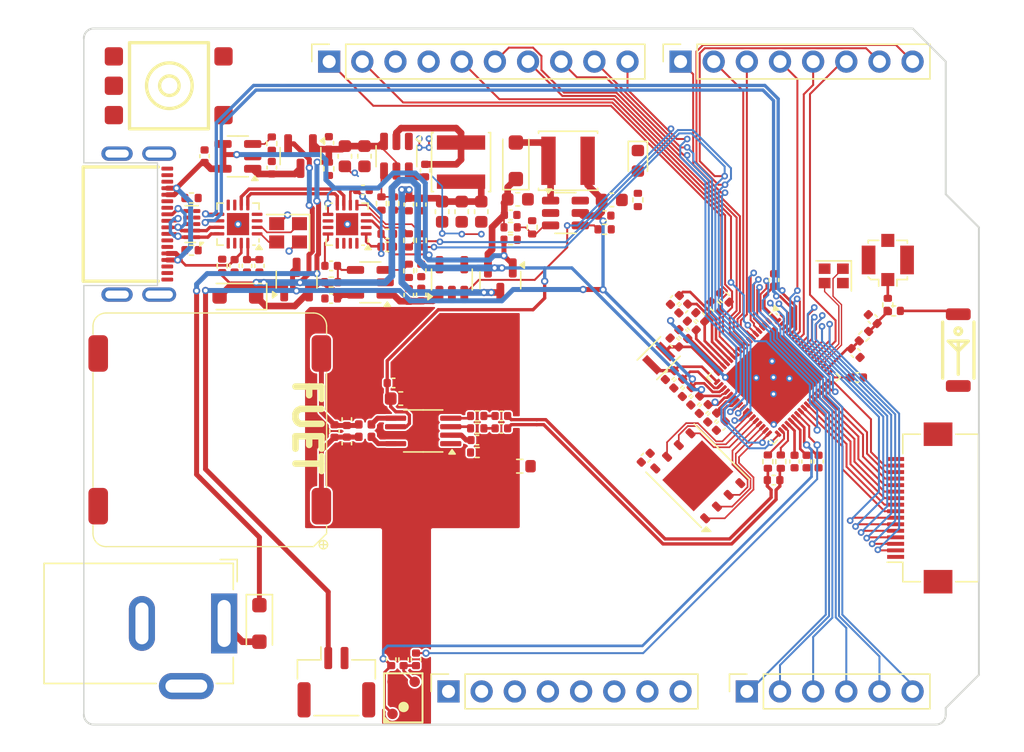
<source format=kicad_pcb>
(kicad_pcb (version 20240108) (generator "pcbnew") (generator_version "8.0")
  (title_block (date "mar. 31 mars 2015"))
  (layers (0 "F.Cu" signal) (31 "B.Cu" signal) (34 "B.Paste" user) (35 "F.Paste" user) (36 "B.SilkS" user "B.Silkscreen") (37 "F.SilkS" user "F.Silkscreen") (38 "B.Mask" user) (39 "F.Mask" user) (44 "Edge.Cuts" user))
  (net 0 "")
  (net 1 "GND")
  (net 3 "+5V")
  (net 5 "Net-(AE1-A)")
  (net 6 "Net-(AE2-A)")
  (net 7 "VBAT")
  (net 8 "VSYS")
  (net 9 "Net-(U1A-BUCK_FB)")
  (net 10 "Net-(U1A-VDD18_VOUT)")
  (net 11 "Net-(U1A-VDD_RTC)")
  (net 12 "Net-(U1A-VDD_VOUT1)")
  (net 13 "Net-(U1A-VDD_VOUT2)")
  (net 14 "Net-(U1A-VDD_RET)")
  (net 15 "VDD33_1")
  (net 16 "+3V3")
  (net 17 "VCC")
  (net 18 "Net-(U1A-VDD33_VOUT2)")
  (net 19 "Net-(U1A-GPADC_VREF)")
  (net 20 "Net-(C16-Pad1)")
  (net 21 "Net-(U1B-ANT)")
  (net 22 "VBUS")
  (net 23 "Net-(U4-SW)")
  (net 24 "Net-(U4-VBST)")
  (net 25 "VIN")
  (net 26 "Net-(Q2-D)")
  (net 27 "/MIC_BIAS")
  (net 28 "Net-(C35-Pad1)")
  (net 29 "Net-(C36-Pad2)")
  (net 30 "/DAC1P")
  (net 31 "Net-(C37-Pad2)")
  (net 32 "/MIC_IN")
  (net 33 "Net-(MIC1-OUT)")
  (net 34 "Net-(C39-Pad2)")
  (net 35 "/DAC1N")
  (net 36 "Net-(U1B-AUD_VREF)")
  (net 37 "Net-(U6-BYP)")
  (net 38 "Net-(U9-DTR)")
  (net 39 "/EN")
  (net 40 "Net-(D1-K)")
  (net 41 "Net-(D2-A)")
  (net 42 "Net-(D3-A)")
  (net 43 "Net-(FB1-Pad1)")
  (net 44 "Net-(FB2-Pad1)")
  (net 45 "/PA38")
  (net 46 "/PA25")
  (net 47 "/PA28")
  (net 48 "/PA44")
  (net 49 "/PA23")
  (net 50 "/PA24")
  (net 51 "/PA33")
  (net 52 "/PA32")
  (net 53 "/PA34")
  (net 54 "/PA29")
  (net 55 "/PA30")
  (net 56 "/PA31")
  (net 57 "/PA1")
  (net 58 "/PA19")
  (net 59 "/PA22")
  (net 60 "/PA9")
  (net 61 "/PA18")
  (net 62 "/PA20")
  (net 63 "/PA10")
  (net 64 "/PA11")
  (net 65 "/DISPLAY_D6")
  (net 66 "/DISPLAY_D8")
  (net 67 "/DISPLAY_D0")
  (net 69 "/DISPLAY_D3")
  (net 70 "/DISPLAY_D7")
  (net 71 "/DISPLAY_D9")
  (net 72 "/DISPLAY_D1")
  (net 73 "/DISPLAY_D13")
  (net 74 "/DISPLAY_D5")
  (net 75 "/DISPLAY_D10")
  (net 76 "/DISPLAY_D11")
  (net 77 "/DISPLAY_D2")
  (net 78 "/DISPLAY_D12")
  (net 79 "/DISPLAY_D4")
  (net 81 "/USB_D-")
  (net 82 "/USB_D+")
  (net 83 "Net-(J6-CC2)")
  (net 85 "Net-(J6-CC1)")
  (net 87 "Net-(U1A-BUCK_LX)")
  (net 88 "Net-(U3-SET)")
  (net 89 "Net-(U4-VFB)")
  (net 90 "Net-(U7-FB)")
  (net 91 "/Audio/PA_EN")
  (net 92 "Net-(U6-+)")
  (net 93 "Net-(U6--)")
  (net 94 "/DACP")
  (net 95 "/DACN")
  (net 96 "Net-(U10-SET)")
  (net 97 "/MPI2_CS")
  (net 98 "/SF_D+")
  (net 99 "/SF_D-")
  (net 100 "/MPI2_D1")
  (net 101 "Net-(U1B-XTAL48M_XI)")
  (net 102 "Net-(U1B-XTAL48M_XO)")
  (net 103 "/MPI2_D0")
  (net 104 "/MPI2_D3")
  (net 105 "/MPI2_CLK")
  (net 106 "/MPI2_D2")
  (net 109 "Net-(U8-XI)")
  (net 110 "/UART_D-")
  (net 111 "Net-(U8-XO)")
  (net 115 "/UART_D+")
  (net 125 "Net-(Q3-D)")
  (net 126 "Net-(U8-VDD33)")
  (net 127 "Net-(U9-V3)")
  (net 128 "Net-(U9-TXD)")
  (net 129 "Net-(U9-RXD)")
  (net 130 "GNDA")
  (net 131 "Net-(D4-A)")
  (net 132 "/PA26")
  (net 133 "/PA27")
  (footprint "Connector_PinSocket_2.54mm:PinSocket_1x08_P2.54mm_Vertical" (layer "F.Cu") (at 127.937651 97.422678 90)
    (property "Reference" "J1")
    (property "Value" "Power")
  )
  (footprint "Connector_PinSocket_2.54mm:PinSocket_1x06_P2.54mm_Vertical" (layer "F.Cu") (at 150.797648 97.422677 90)
    (property "Reference" "J3" (hide yes))
    (property "Value" "Analog")
  )
  (footprint "Connector_PinSocket_2.54mm:PinSocket_1x10_P2.54mm_Vertical" (layer "F.Cu") (at 118.79365 49.162677 90)
    (property "Reference" "J2")
    (property "Value" "Digital/PWM")
  )
  (footprint "Connector_PinSocket_2.54mm:PinSocket_1x08_P2.54mm_Vertical" (layer "F.Cu") (at 145.717648 49.162678 90)
    (property "Reference" "J4" (hide yes))
    (property "Value" "Digital/PWM")
  )
  (footprint "Capacitor_SMD:C_0402_1005Metric" (layer "F.Cu") (at 123.721 73.7872)
    (property "Reference" "C33")
    (property "Value" "0.1u")
  )
  (footprint "Capacitor_SMD:C_0402_1005Metric" (layer "F.Cu") (at 125.847649 67.012681 90)
    (property "Reference" "C28")
    (property "Value" "1u")
  )
  (footprint "Capacitor_SMD:C_0402_1005Metric" (layer "F.Cu") (at 131.987649 77.262679 180)
    (property "Reference" "C36")
    (property "Value" "0.1u")
  )
  (footprint "Capacitor_SMD:C_0402_1005Metric" (layer "F.Cu") (at 123.547649 94.962679 90)
    (property "Reference" "C34")
    (property "Value" "4.7u")
  )
  (footprint "Capacitor_SMD:C_0603_1608Metric" (layer "F.Cu") (at 133.247648 59.712678)
    (property "Reference" "C47")
    (property "Value" "22u")
  )
  (footprint "Capacitor_SMD:C_0402_1005Metric" (layer "F.Cu") (at 125.847649 65.162677 -90)
    (property "Reference" "C29")
    (property "Value" "1u")
  )
  (footprint "Resistor_SMD:R_0402_1005Metric" (layer "F.Cu") (at 153.39765 79.812677 -90)
    (property "Reference" "R15")
    (property "Value" "1k")
  )
  (footprint "Capacitor_SMD:C_0402_1005Metric" (layer "F.Cu") (at 118.7706 55.395 90)
    (property "Reference" "C23")
    (property "Value" "0.1u")
  )
  (footprint "Resistor_SMD:R_0402_1005Metric" (layer "F.Cu") (at 108.247648 59.612678)
    (property "Reference" "R17")
    (property "Value" "5.1k")
  )
  (footprint "Capacitor_SMD:C_0402_1005Metric" (layer "F.Cu") (at 112.497649 64.81268 -90)
    (property "Reference" "C50")
    (property "Value" "0.1u")
  )
  (footprint "Package_SO:MSOP-8_3x3mm_P0.65mm" (layer "F.Cu") (at 125.997649 77.462681 180)
    (property "Reference" "U6")
    (property "Value" "NS4150B")
  )
  (footprint "Capacitor_SMD:C_0603_1608Metric" (layer "F.Cu") (at 127.447651 60.66268 -90)
    (property "Reference" "C26")
    (property "Value" "22u")
  )
  (footprint "Resistor_SMD:R_0402_1005Metric" (layer "F.Cu") (at 118.94765 66.062677)
    (property "Reference" "R4")
    (property "Value" "10k")
  )
  (footprint "Capacitor_SMD:C_0402_1005Metric" (layer "F.Cu") (at 144.892689 73.183111 -135)
    (property "Reference" "C58" (hide yes))
    (property "Value" "0.1u")
  )
  (footprint "Connector_BarrelJack:BarrelJack_GCT_DCJ200-10-A_Horizontal" (layer "F.Cu") (at 110.747649 92.212677 -90)
    (property "Reference" "DC1")
    (property "Value" "DC050-T")
  )
  (footprint "Capacitor_SMD:C_0402_1005Metric" (layer "F.Cu") (at 147.228994 68.737528 135)
    (property "Reference" "C13")
    (property "Value" "2.2u")
  )
  (footprint "CrossAir ANT:CA-C03" (layer "F.Cu") (at 167.997653 68.519175 -90)
    (property "Reference" "AE1")
    (property "Value" "CA-C03")
  )
  (footprint "Capacitor_SMD:C_0603_1608Metric" (layer "F.Cu") (at 128.947649 60.662681 -90)
    (property "Reference" "C25")
    (property "Value" "22u")
  )
  (footprint "Capacitor_SMD:C_0402_1005Metric" (layer "F.Cu") (at 125.847649 60.112679 -90)
    (property "Reference" "C27")
    (property "Value" "0.1u")
  )
  (footprint "Package_TO_SOT_SMD:SOT-23" (layer "F.Cu") (at 116.59765 56.400175 -90)
    (property "Reference" "Q3")
    (property "Value" "AO3407")
  )
  (footprint "Capacitor_SMD:C_0402_1005Metric" (layer "F.Cu") (at 118.947648 64.81268)
    (property "Reference" "C53")
    (property "Value" "0.1u")
  )
  (footprint "Resistor_SMD:R_0402_1005Metric" (layer "F.Cu") (at 123.74765 60.035604 -90)
    (property "Reference" "R6")
    (property "Value" "54.9k")
  )
  (footprint "Capacitor_SMD:C_0402_1005Metric" (layer "F.Cu") (at 146.19269 74.483112 -135)
    (property "Reference" "C2")
    (property "Value" "10u")
  )
  (footprint "Diode_SMD:D_SOD-123F" (layer "F.Cu") (at 113.447651 92.21268 -90)
    (property "Reference" "D3")
    (property "Value" "DSS34")
  )
  (footprint "Diode_SMD:D_SOD-123F" (layer "F.Cu") (at 111.797648 67.162678 180)
    (property "Reference" "D1")
    (property "Value" "DSS34")
  )
  (footprint "Capacitor_SMD:C_0402_1005Metric" (layer "F.Cu") (at 124.897649 60.11268 -90)
    (property "Reference" "C59" (hide yes))
    (property "Value" "0.1u")
  )
  (footprint "Capacitor_SMD:C_0402_1005Metric" (layer "F.Cu") (at 155.372 79.8044 -90)
    (property "Reference" "C43")
    (property "Value" "1u")
  )
  (footprint "Inductor_SMD:L_0402_1005Metric" (layer "F.Cu") (at 121.547649 77.912679 180)
    (property "Reference" "FB1")
    (property "Value" "120R@100M")
  )
  (footprint "Package_TO_SOT_SMD:SOT-23" (layer "F.Cu") (at 131.910152 65.912681 -90)
    (property "Reference" "Q2")
    (property "Value" "SI2305")
  )
  (footprint "Capacitor_SMD:C_0402_1005Metric" (layer "F.Cu") (at 126.147649 57.51268 90)
    (property "Reference" "C20")
    (property "Value" "0.1u")
  )
  (footprint "Crystal:Crystal_SMD_2016-4Pin_2.0x1.6mm" (layer "F.Cu") (at 157.455698 65.581253 180)
    (property "Reference" "Y1")
    (property "Value" "48M")
  )
  (footprint "Capacitor_SMD:C_0402_1005Metric" (layer "F.Cu") (at 152.879869 65.898036 90)
    (property "Reference" "C14")
    (property "Value" "4.7u")
  )
  (footprint "Inductor_SMD:L_0402_1005Metric" (layer "F.Cu") (at 121.547647 76.962679 180)
    (property "Reference" "FB2")
    (property "Value" "120R@100M")
  )
  (footprint "Capacitor_SMD:C_0402_1005Metric" (layer "F.Cu") (at 119.2024 77.4702 90)
    (property "Reference" "C37")
    (property "Value" "330p")
  )
  (footprint "Resistor_SMD:R_0402_1005Metric" (layer "F.Cu") (at 124.897649 62.862679 -90)
    (property "Reference" "R24")
    (property "Value" "100R")
  )
  (footprint "My USB Connector:USB-C-SMD_CX90M-16P" (layer "F.Cu") (at 104.46565 61.612677 -90)
    (property "Reference" "J6")
    (property "Value" "CX90M")
  )
  (footprint "speak:FUET-1818-1.8x1.8mm-H6.1mm" (layer "F.Cu") (at 108.202647 77.315179 -90)
    (property "Reference" "LS1")
    (property "Value" "Speaker")
  )
  (footprint "Capacitor_SMD:C_0402_1005Metric" (layer "F.Cu") (at 146.842688 75.133112 45)
    (property "Reference" "C1")
    (property "Value" "10u")
  )
  (footprint "Capacitor_SMD:C_0402_1005Metric" (layer "F.Cu") (at 125.44765 94.96268 90)
    (property "Reference" "C38")
    (property "Value" "2.2u")
  )
  (footprint "Resistor_SMD:R_0402_1005Metric" (layer "F.Cu") (at 134.347648 61.862679 90)
    (property "Reference" "R11")
    (property "Value" "10k")
  )
  (footprint "Resistor_SMD:R_0402_1005Metric" (layer "F.Cu") (at 130.137648 77.262679 180)
    (property "Reference" "R13")
    (property "Value" "43.2k")
  )
  (footprint "Capacitor_SMD:C_0402_1005Metric" (layer "F.Cu") (at 120.147652 76.56268 -90)
    (property "Reference" "C40")
    (property "Value" "330p")
  )
  (footprint "Inductor_SMD:L_Sunlord_SWPA4020S" (layer "F.Cu") (at 137.097648 56.762678 180)
    (property "Reference" "L3")
    (property "Value" "4.7uH")
  )
  (footprint "Capacitor_SMD:C_0402_1005Metric" (layer "F.Cu") (at 121.3842 59.0044)
    (property "Reference" "C52")
    (property "Value" "0.1u")
  )
  (footprint "Diode_SMD:D_SOD-123F" (layer "F.Cu") (at 133.097648 56.762678 90)
    (property "Reference" "D2")
    (property "Value" "DSS34")
  )
  (footprint "Capacitor_SMD:C_0603_1608Metric" (layer "F.Cu") (at 121.497649 56.41268 -90)
    (property "Reference" "C21")
    (property "Value" "10u")
  )
  (footprint "Resistor_SMD:R_0402_1005Metric" (layer "F.Cu") (at 110.597651 64.812679 90)
    (property "Reference" "R20")
    (property "Value" "100k")
  )
  (footprint "Capacitor_SMD:C_0402_1005Metric" (layer "F.Cu") (at 145.258192 70.682929 135)
    (property "Reference" "C5")
    (property "Value" "4.7u")
  )
  (footprint "Package_TO_SOT_SMD:SOT-23-5" (layer "F.Cu") (at 121.947649 66.075181 180)
    (property "Reference" "U10")
    (property "Value" "MT9700")
  )
  (footprint "Package_TO_SOT_SMD:SOT-23" (layer "F.Cu") (at 116.297648 65.862677 90)
    (property "Reference" "Q1")
    (property "Value" "SI2305")
  )
  (footprint "Capacitor_SMD:C_0402_1005Metric" (layer "F.Cu") (at 159.247649 73.36268)
    (property "Reference" "C11")
    (property "Value" "2.2u")
  )
  (footprint "Package_DFN_QFN:QFN-16-1EP_3x3mm_P0.5mm_EP1.7x1.7mm" (layer "F.Cu") (at 111.810149 61.612681 180)
    (property "Reference" "U8")
    (property "Value" "CH334P")
  )
  (footprint "Resistor_SMD:R_0402_1005Metric" (layer "F.Cu") (at 162.047649 68.262681 180)
    (property "Reference" "R2")
    (property "Value" "0R")
  )
  (footprint "Capacitor_SMD:C_0402_1005Metric" (layer "F.Cu") (at 146.578991 69.387527 135)
    (property "Reference" "C9")
    (property "Value" "4.7u")
  )
  (footprint "Arduino_MountingHole:MountingHole_3.2mm" (layer "F.Cu") (at 115.237649 49.162681)
    (property "Reference" "MH1" (hide yes))
    (property "Value" "MountingHole_3.2mm" (hide yes))
  )
  (footprint "Resistor_SMD:R_0402_1005Metric" (layer "F.Cu") (at 159.77113 70.198578 45)
    (property "Reference" "R1")
    (property "Value" "TBD_R")
  )
  (footprint "Resistor_SMD:R_0402_1005Metric" (layer "F.Cu") (at 130.137649 79.112679)
    (property "Reference" "R12")
    (property "Value" "1M")
  )
  (footprint "Resistor_SMD:R_0402_1005Metric" (layer "F.Cu") (at 124.89765 65.192679 -90)
    (property "Reference" "R19")
    (property "Value" "4.7k")
  )
  (footprint "Package_DFN_QFN:ArtInChip_QFN-68-1EP_7x7mm_P0.35mm_EP5.49x5.49mm" (layer "F.Cu") (at 152.8343 73.356141 -45)
    (property "Reference" "U1")
    (property "Value" "SF32LB527UD6")
  )
  (footprint "Resistor_SMD:R_0402_1005Metric" (layer "F.Cu") (at 132.697651 62.812677)
    (property "Reference" "R8")
    (property "Value" "100k")
  )
  (footprint "Capacitor_SMD:C_0402_1005Metric" (layer "F.Cu") (at 145.930178 68.076028 -135)
    (property "Reference" "C10")
    (property "Value" "470n")
  )
  (footprint "Capacitor_SMD:C_0402_1005Metric" (layer "F.Cu") (at 145.2836 67.42945 -135)
    (property "Reference" "C7")
    (property "Value" "1u")
  )
  (footprint "Capacitor_SMD:C_0402_1005Metric" (layer "F.Cu") (at 143.047648 79.512678 45)
    (property "Reference" "C15")
    (property "Value" "0.1u")
  )
  (footprint "Resistor_SMD:R_0402_1005Metric" (layer "F.Cu") (at 114.397652 55.442679 -90)
    (property "Reference" "R5")
    (property "Value" "4.7k")
  )
  (footprint "My Switch:KEY-SMD_4P-L6.2-W6.5-P4.50-LS8.0_SKHMXX" (layer "F.Cu") (at 106.49765 51.012678 180)
    (property "Reference" "SW1")
    (property "Value" "SKHMQLE010")
  )
  (footprint "Resistor_SMD:R_0402_1005Metric" (layer "F.Cu") (at 132.697647 61.862679 180)
    (property "Reference" "R9")
    (property "Value" "73.2k")
  )
  (footprint "Package_SON:WSON-8-1EP_6x5mm_P1.27mm_EP3.4x4.3mm" (layer "F.Cu") (at 147.041422 80.900527 135)
    (property "Reference" "U2")
    (property "Value" "PY25Q128HA-WXH-IR")
  )
  (footprint "Package_TO_SOT_SMD:SOT-23-6" (layer "F.Cu") (at 123.947648 56.412677 -90)
    (property "Reference" "U4")
    (property "Value" "TPS563201")
  )
  (footprint "Capacitor_SMD:C_0402_1005Metric" (layer "F.Cu") (at 123.241 63.3478)
    (property "Reference" "C51")
    (property "Value" "1u")
  )
  (footprint "Capacitor_SMD:C_0402_1005Metric" (layer "F.Cu") (at 145.542687 73.833112 -135)
    (property "Reference" "C4")
    (property "Value" "4.7u")
  )
  (footprint "LED_SMD:LED_0603_1608Metric" (layer "F.Cu") (at 142.447649 56.762681 -90)
    (property "Reference" "D4" (hide yes))
    (property "Value" "BLUE")
  )
  (footprint "Connector_FFC-FPC:Hirose_FH12-16S-0.5SH_1x16-1MP_P0.50mm_Horizontal" (layer "F.Cu") (at 164.047651 83.362677 90)
    (property "Reference" "J5")
    (property "Value" "FPC 16p 0.5mm")
  )
  (footprint "Package_TO_SOT_SMD:SOT-23-5" (layer "F.Cu") (at 128.19765 65.862678 90)
    (property "Reference" "U5")
    (property "Value" "ME6211C33M5")
  )
  (footprint "Capacitor_SMD:C_0603_1608Metric" (layer "F.Cu") (at 140.447649 59.762678)
    (property "Reference" "C31")
    (property "Value" "22u")
  )
  (footprint "Capacitor_SMD:C_0402_1005Metric" (layer "F.Cu") (at 120.14765 78.412677 -90)
    (property "Reference" "C35")
    (property "Value" "330p")
  )
  (footprint "Resistor_SMD:R_0402_1005Metric" (layer "F.Cu") (at 142.447649 59.762679 90)
    (property "Reference" "R27" (hide yes))
    (property "Value" "10k")
  )
  (footprint "Resistor_SMD:R_0402_1005Metric" (layer "F.Cu") (at 130.137649 76.312679 180)
    (property "Reference" "R14")
    (property "Value" "43.2k")
  )
  (footprint "Connector_Coaxial:U.FL_Molex_MCRF_73412-0110_Vertical" (layer "F.Cu") (at 161.597649 64.362677)
    (property "Reference" "AE2")
    (property "Value" "Antenna_Shield")
  )
  (footprint "Capacitor_SMD:C_0603_1608Metric" (layer "F.Cu") (at 130.447648 60.66268 -90)
    (property "Reference" "C24")
    (property "Value" "22u")
  )
  (footprint "Resistor_SMD:R_0402_1005Metric" (layer "F.Cu") (at 108.247649 63.612677)
    (property "Reference" "R18")
    (property "Value" "5.1k")
  )
  (footprint "Inductor_SMD:L_Sunlord_SWPA4020S" (layer "F.Cu") (at 128.897651 56.86268 -90)
    (property "Reference" "L2")
    (property "Value" "2.2uH")
  )
  (footprint "Package_DFN_QFN:QFN-16-1EP_3x3mm_P0.5mm_EP1.7x1.7mm" (layer "F.Cu") (at 120.1676 61.6206 180)
    (property "Reference" "U9")
    (property "Value" "CH343P")
  )
  (footprint "Resistor_SMD:R_0402_1005Metric" (layer "F.Cu") (at 118.7706 57.3788 -90)
    (property "Reference" "R23")
    (property "Value" "100k")
  )
  (footprint "Capacitor_SMD:C_0603_1608Metric" (layer "F.Cu") (at 124.2824 74.981)
    (property "Reference" "C32")
    (property "Value" "22u")
  )
  (footprint "Capacitor_SMD:C_0402_1005Metric" (layer "F.Cu") (at 124.897649 67.04268 90)
    (property "Reference" "C55")
    (property "Value" "10u")
  )
  (footprint "Capacitor_SMD:C_0402_1005Metric" (layer "F.Cu") (at 123.247652 62.362679)
    (property "Reference" "C57")
    (property "Value" "1u")
  )
  (footprint "Capacitor_SMD:C_0402_1005Metric" (layer "F.Cu") (at 118.947648 67.31268 180)
    (property "Reference" "C54")
    (property "Value" "10u")
  )
  (footprint "Package_TO_SOT_SMD:SOT-23-5" (layer "F.Cu") (at 111.797648 56.425178 180)
    (property "Reference" "U3")
    (property "Value" "MT9700")
  )
  (footprint "Capacitor_SMD:C_0402_1005Metric" (layer "F.Cu") (at 147.492686 75.783111 -135)
    (property "Reference" "C12")
    (property "Value" "2.2u")
  )
  (footprint "Capacitor_SMD:C_0402_1005Metric" (layer "F.Cu") (at 139.89765 60.962678)
    (property "Reference" "C30")
    (property "Value" "0.1u")
  )
  (footprint "Capacitor_SMD:C_0402_1005Metric" (layer "F.Cu") (at 160.442883 68.890432 135)
    (property "Reference" "C16")
    (property "Value" "TBD")
  )
  (footprint "Capacitor_SMD:C_0402_1005Metric" (layer "F.Cu") (at 109.247647 56.412679 90)
    (property "Reference" "C18")
    (property "Value" "10u")
  )
  (footprint "Resistor_SMD:R_0402_1005Metric" (layer "F.Cu") (at 161.597651 67.81268 90)
    (property "Reference" "R3")
    (property "Value" "0R")
  )
  (footprint "Resistor_SMD:R_0402_1005Metric" (layer "F.Cu") (at 152.407702 79.81268 -90)
    (property "Reference" "R16")
    (property "Value" "1k")
  )
  (footprint "Package_SON:USON-10_2.5x1.0mm_P0.5mm" (layer "F.Cu") (at 108.26265 61.612677 180)
    (property "Reference" "U11" (hide yes))
    (property "Value" "0524P")
  )
  (footprint "Capacitor_SMD:C_0402_1005Metric" (layer "F.Cu") (at 113.447649 64.812679 -90)
    (property "Reference" "C56")
    (property "Value" "10u")
  )
  (footprint "Capacitor_SMD:C_0402_1005Metric" (layer "F.Cu") (at 132.697649 60.912679)
    (property "Reference" "C48")
    (property "Value" "0.1u")
  )
  (footprint "Capacitor_SMD:C_0402_1005Metric" (layer "F.Cu") (at 152.846941 81.22689 180)
    (property "Reference" "C46")
    (property "Value" "1.5n")
  )
  (footprint "Capacitor_SMD:C_0402_1005Metric" (layer "F.Cu") (at 145.928993 70.037525 135)
    (property "Reference" "C8")
    (property "Value" "4.7u")
  )
  (footprint "Capacitor_SMD:C_0603_1608Metric" (layer "F.Cu") (at 119.997647 56.412679 -90)
    (property "Reference" "C22")
    (property "Value" "10u")
  )
  (footprint "Resistor_SMD:R_0402_1005Metric" (layer "F.Cu") (at 125.847649 62.862681 -90)
    (property "Reference" "R25")
    (property "Value" "100R")
  )
  (footprint "Resistor_SMD:R_0402_1005Metric" (layer "F.Cu") (at 149.077174 67.239218 135)
    (property "Reference" "R22")
    (property "Value" "4.7k")
  )
  (footprint "Resistor_SMD:R_0402_1005Metric" (layer "F.Cu") (at 148.394673 67.921717 135)
    (property "Reference" "R21")
    (property "Value" "4.7k")
  )
  (footprint "Resistor_SMD:R_0402_1005Metric" (layer "F.Cu") (at 139.89765 62.012676)
    (property "Reference" "R10")
    (property "Value" "1M")
  )
  (footprint "Arduino_MountingHole:MountingHole_3.2mm" (layer "F.Cu") (at 113.96765 97.42268)
    (property "Reference" "MH2" (hide yes))
    (property "Value" "MountingHole_3.2mm" (hide yes))
  )
  (footprint "Capacitor_SMD:C_0402_1005Metric" (layer "F.Cu") (at 159.131755 71.487957 -45)
    (property "Reference" "C17")
    (property "Value" "TBD")
  )
  (footprint "Resistor_SMD:R_0603_1608Metric" (layer "F.Cu") (at 133.397648 80.162677 180)
    (property "Reference" "R26" (hide yes))
    (property "Value" "0R")
  )
  (footprint "Inductor_SMD:L_Murata_DFE201610P" (layer "F.Cu") (at 144.042688 71.883112 45)
    (property "Reference" "L1")
    (property "Value" "4.7uH")
  )
  (footprint "Arduino_MountingHole:MountingHole_3.2mm" (layer "F.Cu") (at 166.037651 64.40268)
    (property "Reference" "MH3" (hide yes))
    (property "Value" "MountingHole_3.2mm" (hide yes))
  )
  (footprint "Crystal:Crystal_SMD_2520-4Pin_2.5x2.0mm" (layer "F.Cu") (at 115.6464 62.281 180)
    (property "Reference" "Y2" (hide yes))
    (property "Value" "12M")
  )
  (footprint "Arduino_MountingHole:MountingHole_3.2mm" (layer "F.Cu") (at 166.037649 92.342679)
    (property "Reference" "MH4" (hide yes))
    (property "Value" "MountingHole_3.2mm" (hide yes))
  )
  (footprint "Resistor_SMD:R_0402_1005Metric" (layer "F.Cu") (at 122.797653 60.035604 -90)
    (property "Reference" "R7")
    (property "Value" "10k")
  )
  (footprint "Capacitor_SMD:C_0402_1005Metric" (layer "F.Cu") (at 156.291239 79.8044 -90)
    (property "Reference" "C42")
    (property "Value" "1u")
  )
  (footprint "Connector_JST:JST_GH_SM02B-GHS-TB_1x02-1MP_P1.25mm_Horizontal" (layer "F.Cu") (at 119.347649 96.712677)
    (property "Reference" "J7")
    (property "Value" "MX1.25 2P")
  )
  (footprint "Capacitor_SMD:C_0402_1005Metric" (layer "F.Cu") (at 148.803278 77.07252 45)
    (property "Reference" "C3")
    (property "Value" "10u")
  )
  (footprint "Capacitor_SMD:C_0402_1005Metric" (layer "F.Cu") (at 131.987648 76.312679 180)
    (property "Reference" "C39")
    (property "Value" "0.1u")
  )
  (footprint "Package_TO_SOT_SMD:SOT-23-6" (layer "F.Cu") (at 136.897651 60.762679)
    (property "Reference" "U7")
    (property "Value" "MT3608")
  )
  (footprint "Capacitor_SMD:C_0402_1005Metric" (layer "F.Cu") (at 154.452764 79.804399 -90)
    (property "Reference" "C44")
    (property "Value" "2.2u")
  )
  (footprint "Capacitor_SMD:C_0402_1005Metric" (layer "F.Cu") (at 124.497647 94.962679 90)
    (property "Reference" "C41")
    (property "Value" "10n")
  )
  (footprint "Capacitor_SMD:C_0402_1005Metric" (layer "F.Cu") (at 148.142689 76.433111 -135)
    (property "Reference" "C6")
    (property "Value" "1u")
  )
  (footprint "Capacitor_SMD:C_0402_1005Metric" (layer "F.Cu") (at 114.397647 57.292679 90)
    (property "Reference" "C19")
    (property "Value" "10u")
  )
  (footprint "Capacitor_SMD:C_0402_1005Metric" (layer "F.Cu") (at 130.137648 78.162679)
    (property "Reference" "C45")
    (property "Value" "1u")
  )
  (footprint "micphone:MIC-SMD_4P-L3.8-W3.0" (layer "F.Cu") (at 124.497647 97.912679 180)
    (property "Reference" "MIC1")
    (property "Value" "FSM42A3729")
  )
  (footprint "Capacitor_SMD:C_0402_1005Metric" (layer "F.Cu") (at 111.547652 64.812676 -90)
    (property "Reference" "C49")
    (property "Value" "1u")
  )
  (gr_line (start 99.997648 47.384679) (end 99.997648 56.9216) (stroke (width 0.1)) (layer "Edge.Cuts"))
  (gr_line (start 166.037649 59.322679) (end 168.57765 61.86268) (stroke (width 0.15)) (layer "Edge.Cuts"))
  (gr_line (start 105.6388 66.3196) (end 105.6388 56.9216) (stroke (width 0.1)) (layer "Edge.Cuts"))
  (gr_line (start 99.99765 66.3196) (end 105.6388 66.3196) (stroke (width 0.1)) (layer "Edge.Cuts"))
  (gr_line (start 99.99765 99.200677) (end 99.99765 66.3196) (stroke (width 0.1)) (layer "Edge.Cuts"))
  (gr_line (start 168.57765 61.86268) (end 168.577648 96.15268) (stroke (width 0.15)) (layer "Edge.Cuts"))
  (gr_line (start 165.275648 99.962677) (end 100.75965 99.96268) (stroke (width 0.15)) (layer "Edge.Cuts"))
  (gr_line (start 100.75965 46.622681) (end 163.49765 46.62268) (stroke (width 0.15)) (layer "Edge.Cuts"))
  (gr_arc (start 100.75965 99.96268) (mid 100.220832 99.739495) (end 99.99765 99.200677) (stroke (width 0.15)) (layer "Edge.Cuts"))
  (gr_line (start 168.577648 96.15268) (end 166.037649 98.692679) (stroke (width 0.15)) (layer "Edge.Cuts"))
  (gr_line (start 163.49765 46.62268) (end 166.037649 49.162677) (stroke (width 0.15)) (layer "Edge.Cuts"))
  (gr_arc (start 166.037649 99.20068) (mid 165.814464 99.739496) (end 165.275648 99.962677) (stroke (width 0.15)) (layer "Edge.Cuts"))
  (gr_line (start 166.037649 49.162677) (end 166.037649 59.322679) (stroke (width 0.15)) (layer "Edge.Cuts"))
  (gr_line (start 166.037649 98.692679) (end 166.037649 99.20068) (stroke (width 0.15)) (layer "Edge.Cuts"))
  (gr_arc (start 99.997648 47.384679) (mid 100.220833 46.845862) (end 100.75965 46.622681) (stroke (width 0.15)) (layer "Edge.Cuts"))
  (gr_line (start 99.997648 56.9216) (end 105.6388 56.9216) (stroke (width 0.1)) (layer "Edge.Cuts"))
  (segment (start 128.956 62.3826) (end 130.4546 62.3826) (width 0.127) (layer "F.Cu") (net 1))
  (segment (start 114.940756 61.581) (end 115.605842 60.915914) (width 0.1524) (layer "F.Cu") (net 1))
  (segment (start 116.5214 62.981) (end 116.4196 62.981) (width 0.1524) (layer "F.Cu") (net 1))
  (segment (start 111.810149 61.619749) (end 111.811 61.6206) (width 0.1524) (layer "F.Cu") (net 1))
  (segment (start 127.447651 62.322051) (end 127.4574 62.3318) (width 0.127) (layer "F.Cu") (net 1))
  (segment (start 119.997647 57.187679) (end 120.493568 57.6836) (width 0.127) (layer "F.Cu") (net 1))
  (segment (start 127.447651 61.43768) (end 127.447651 62.322051) (width 0.127) (layer "F.Cu") (net 1))
  (segment (start 114.7714 61.581) (end 114.940756 61.581) (width 0.1524) (layer "F.Cu") (net 1))
  (segment (start 125.7048 55.0674) (end 125.7048 55.7532) (width 0.127) (layer "F.Cu") (net 1))
  (segment (start 120.493568 57.6836) (end 120.7518 57.6836) (width 0.127) (layer "F.Cu") (net 1))
  (segment (start 116.4196 62.981) (end 115.7226 63.678) (width 0.1524) (layer "F.Cu") (net 1))
  (segment (start 126.4414 55.7532) (end 126.4414 55.0674) (width 0.127) (layer "F.Cu") (net 1))
  (segment (start 111.810149 61.612681) (end 111.810149 61.619749) (width 0.1524) (layer "F.Cu") (net 1))
  (segment (start 120.1676 61.6206) (end 120.193 61.6206) (width 0.1524) (layer "F.Cu") (net 1))
  (via (at 154.059544 73.442904) (size 0.508) (drill 0.254) (layers "F.Cu" "B.Cu") (net 1))
  (via (at 125.7048 55.7532) (size 0.508) (drill 0.254) (layers "F.Cu" "B.Cu") (net 1))
  (via (at 120.7518 57.6836) (size 0.508) (drill 0.254) (layers "F.Cu" "B.Cu") (net 1))
  (via (at 149.149 73.3554) (size 0.508) (drill 0.254) (layers "F.Cu" "B.Cu") (net 1))
  (via (at 126.4414 55.7532) (size 0.508) (drill 0.254) (layers "F.Cu" "B.Cu") (net 1))
  (via (at 130.4546 62.3826) (size 0.508) (drill 0.254) (layers "F.Cu" "B.Cu") (net 1))
  (via (at 152.8343 73.356141) (size 0.508) (drill 0.254) (layers "F.Cu" "B.Cu") (net 1))
  (via (at 152.840541 74.636507) (size 0.508) (drill 0.254) (layers "F.Cu" "B.Cu") (net 1))
  (via (at 128.956 62.3826) (size 0.508) (drill 0.254) (layers "F.Cu" "B.Cu") (net 1))
  (via (at 115.605842 60.915914) (size 0.5588) (drill 0.3048) (layers "F.Cu" "B.Cu") (net 1))
  (via (at 115.7226 63.678) (size 0.5588) (drill 0.3048) (layers "F.Cu" "B.Cu") (net 1))
  (via (at 111.811 61.6206) (size 0.5588) (drill 0.3048) (layers "F.Cu" "B.Cu") (net 1))
  (via (at 152.8574 76.9622) (size 0.508) (drill 0.254) (layers "F.Cu" "B.Cu") (net 1))
  (via (at 125.7048 55.0674) (size 0.508) (drill 0.254) (layers "F.Cu" "B.Cu") (net 1))
  (via (at 120.193 61.6206) (size 0.5588) (drill 0.3048) (layers "F.Cu" "B.Cu") (net 1))
  (via (at 126.4414 55.0674) (size 0.508) (drill 0.254) (layers "F.Cu" "B.Cu") (net 1))
  (via (at 152.734085 72.117445) (size 0.508) (drill 0.254) (layers "F.Cu" "B.Cu") (net 1))
  (via (at 144.958 69.012) (size 0.5588) (drill 0.3048) (layers "F.Cu" "B.Cu") (net 1))
  (via (at 127.4574 62.3318) (size 0.508) (drill 0.254) (layers "F.Cu" "B.Cu") (net 1))
  (via (at 151.519741 73.391907) (size 0.508) (drill 0.254) (layers "F.Cu" "B.Cu") (net 1))
  (segment (start 128.9052 62.3318) (end 128.956 62.3826) (width 0.127) (layer "B.Cu") (net 1))
  (segment (start 127.4574 58.725) (end 126.6827 57.9503) (width 0.127) (layer "B.Cu") (net 1))
  (segment (start 127.4574 62.3318) (end 128.9052 62.3318) (width 0.127) (layer "B.Cu") (net 1))
  (segment (start 144.958 69.1644) (end 144.958 69.012) (width 0.254) (layer "B.Cu") (net 1))
  (segment (start 121.0185 57.9503) (end 120.7518 57.6836) (width 0.127) (layer "B.Cu") (net 1))
  (segment (start 125.7048 55.7532) (end 126.4414 55.7532) (width 0.127) (layer "B.Cu") (net 1))
  (segment (start 127.4574 62.3318) (end 127.4574 58.725) (width 0.127) (layer "B.Cu") (net 1))
  (segment (start 149.149 73.3554) (end 144.958 69.1644) (width 0.254) (layer "B.Cu") (net 1))
  (segment (start 147.182099 74.433301) (end 147.3202 74.2952) (width 0.2032) (layer "F.Cu") (net 3))
  (segment (start 147.182099 74.793701) (end 147.198 74.7778) (width 0.2032) (layer "F.Cu") (net 3))
  (segment (start 124.6888 75.997) (end 123.9014 75.997) (width 0.254) (layer "F.Cu") (net 3))
  (segment (start 124.9428 76.892529) (end 124.9428 76.251) (width 0.254) (layer "F.Cu") (net 3))
  (segment (start 132.472648 59.712678) (end 132.187648 59.997678) (width 0.508) (layer "F.Cu") (net 3))
  (segment (start 127.1526 68.1738) (end 134.417 68.1738) (width 0.254) (layer "F.Cu") (net 3))
  (segment (start 132.472648 58.787677) (end 132.472648 59.712678) (width 0.508) (layer "F.Cu") (net 3))
  (segment (start 132.217649 59.967677) (end 132.217649 60.912679) (width 0.508) (layer "F.Cu") (net 3))
  (segment (start 123.5074 74.981) (end 123.241 74.7146) (width 0.254) (layer "F.Cu") (net 3))
  (segment (start 117.276109 56.652847) (end 117.276109 57.3026) (width 0.381) (layer "F.Cu") (net 3))
  (segment (start 130.960152 63.883648) (end 130.960152 64.975181) (width 0.508) (layer "F.Cu") (net 3))
  (segment (start 149.193067 74.452157) (end 149.007116 74.638108) (width 0.1524) (layer "F.Cu") (net 3))
  (segment (start 131.275708 63.568092) (end 130.960152 63.883648) (width 0.508) (layer "F.Cu") (net 3))
  (segment (start 131.275708 61.85462) (end 131.275708 63.568092) (width 0.508) (layer "F.Cu") (net 3))
  (segment (start 110.597651 65.55656) (end 111.300709 66.259618) (width 0.2032) (layer "F.Cu") (net 3))
  (segment (start 130.960152 64.975181) (end 131.468825 64.975181) (width 0.254) (layer "F.Cu") (net 3))
  (segment (start 123.241 74.7146) (end 123.241 73.7872) (width 0.254) (layer "F.Cu") (net 3))
  (segment (start 114.807089 66.259618) (end 114.638471 66.091) (width 0.508) (layer "F.Cu") (net 3))
  (segment (start 148.933093 74.638108) (end 148.7775 74.793701) (width 0.1524) (layer "F.Cu") (net 3))
  (segment (start 147.198 74.7778) (end 148.710798 74.7778) (width 0.2032) (layer "F.Cu") (net 3))
  (segment (start 124.9428 76.251) (end 124.6888 75.997) (width 0.254) (layer "F.Cu") (net 3))
  (segment (start 123.885149 77.137681) (end 124.697648 77.137681) (width 0.254) (layer "F.Cu") (net 3))
  (segment (start 148.710798 74.7778) (end 148.726699 74.793701) (width 0.2032) (layer "F.Cu") (net 3))
  (segment (start 130.960152 64.975181) (end 132.027619 64.975181) (width 0.254) (layer "F.Cu") (net 3))
  (segment (start 148.7775 74.793701) (end 148.726699 74.793701) (width 0.1524) (layer "F.Cu") (net 3))
  (segment (start 149.007116 74.638108) (end 148.933093 74.638108) (width 0.1524) (layer "F.Cu") (net 3))
  (segment (start 117.2466 63.965833) (end 117.2466 65.4052) (width 0.381) (layer "F.Cu") (net 3))
  (segment (start 117.5006 63.711833) (end 117.2466 63.965833) (width 0.381) (layer "F.Cu") (net 3))
  (segment (start 114.807089 66.259618) (end 115.347648 66.800177) (width 0.508) (layer "F.Cu") (net 3))
  (segment (start 117.5006 60.4014) (end 117.5006 63.711833) (width 0.381) (layer "F.Cu") (net 3))
  (segment (start 114.638471 66.091) (end 113.7922 66.091) (width 0.508) (layer "F.Cu") (net 3))
  (segment (start 123.241 72.0854) (end 127.1526 68.1738) (width 0.254) (layer "F.Cu") (net 3))
  (segment (start 117.2466 65.4052) (end 116.5608 66.091) (width 0.381) (layer "F.Cu") (net 3))
  (segment (start 114.807089 66.259618) (end 111.300709 66.259618) (width 0.508) (layer "F.Cu") (net 3))
  (segment (start 110.597651 65.322678) (end 110.597651 65.55656) (width 0.2032) (layer "F.Cu") (net 3))
  (segment (start 135.306 67.2848) (end 135.306 65.9894) (width 0.254) (layer "F.Cu") (net 3))
  (segment (start 132.472648 59.712678) (end 132.217649 59.967677) (width 0.508) (layer "F.Cu") (net 3))
  (segment (start 123.9014 75.997) (end 123.5074 75.603) (width 0.254) (layer "F.Cu") (net 3))
  (segment (start 123.5074 75.603) (end 123.5074 74.981) (width 0.254) (layer "F.Cu") (net 3))
  (segment (start 132.187648 60.94268) (end 132.217649 60.912679) (width 0.127) (layer "F.Cu") (net 3))
  (segment (start 111.300709 66.259618) (end 110.397649 67.162678) (width 0.508) (layer "F.Cu") (net 3))
  (segment (start 123.241 73.7872) (end 123.241 72.0854) (width 0.254) (layer "F.Cu") (net 3))
  (segment (start 113.7922 66.091) (end 113.208 66.091) (width 0.508) (layer "F.Cu") (net 3))
  (segment (start 132.187648 61.862679) (end 132.187648 60.94268) (width 0.127) (layer "F.Cu") (net 3))
  (segment (start 115.64765 55.462675) (end 116.085937 55.462675) (width 0.381) (layer "F.Cu") (net 3))
  (segment (start 147.182099 74.793701) (end 147.182099 74.433301) (width 0.2032) (layer "F.Cu") (net 3))
  (segment (start 132.027619 64.975181) (end 132.0294 64.9734) (width 0.254) (layer "F.Cu") (net 3))
  (segment (start 131.468825 64.975181) (end 131.470606 64.9734) (width 0.254) (layer "F.Cu") (net 3))
  (segment (start 149.263411 74.452157) (end 149.193067 74.452157) (width 0.1524) (layer "F.Cu") (net 3))
  (segment (start 117.272 60.1728) (end 117.5006 60.4014) (width 0.381) (layer "F.Cu") (net 3))
  (segment (start 124.697648 77.137681) (end 124.9428 76.892529) (width 0.254) (layer "F.Cu") (net 3))
  (segment (start 132.217649 60.912679) (end 131.275708 61.85462) (width 0.508) (layer "F.Cu") (net 3))
  (segment (start 116.085937 55.462675) (end 117.276109 56.652847) (width 0.381) (layer "F.Cu") (net 3))
  (segment (start 134.417 68.1738) (end 135.306 67.2848) (width 0.254) (layer "F.Cu") (net 3))
  (segment (start 133.097648 58.162677) (end 132.472648 58.787677) (width 0.508) (layer "F.Cu") (net 3))
  (via (at 147.3202 74.2952) (size 0.5588) (drill 0.3048) (layers "F.Cu" "B.Cu") (net 3))
  (via (at 113.7922 66.091) (size 0.5588) (drill 0.3048) (layers "F.Cu" "B.Cu") (net 3))
  (via (at 117.272 60.1728) (size 0.5588) (drill 0.3048) (layers "F.Cu" "B.Cu") (net 3))
  (via (at 135.306 65.9894) (size 0.5588) (drill 0.3048) (layers "F.Cu" "B.Cu") (net 3))
  (via (at 132.0294 64.9734) (size 0.5588) (drill 0.3048) (layers "F.Cu" "B.Cu") (net 3))
  (via (at 117.276109 57.3026) (size 0.5588) (drill 0.3048) (layers "F.Cu" "B.Cu") (net 3))
  (via (at 131.470606 64.9734) (size 0.5588) (drill 0.3048) (layers "F.Cu" "B.Cu") (net 3))
  (via (at 116.5608 66.091) (size 0.5588) (drill 0.3048) (layers "F.Cu" "B.Cu") (net 3))
  (via (at 113.208 66.091) (size 0.5588) (drill 0.3048) (layers "F.Cu" "B.Cu") (net 3))
  (segment (start 146.7106 74.2952) (end 145.1612 72.7458) (width 0.254) (layer "B.Cu") (net 3))
  (segment (start 125.1206 58.2424) (end 125.5778 58.6996) (width 0.508) (layer "B.Cu") (net 3))
  (segment (start 113.7922 66.091) (end 123.0886 66.091) (width 0.508) (layer "B.Cu") (net 3))
  (segment (start 137.3888 64.9734) (end 135.306 64.9734) (width 0.254) (layer "B.Cu") (net 3))
  (segment (start 126.2128 64.9734) (end 130.2006 64.9734) (width 0.508) (layer "B.Cu") (net 3))
  (segment (start 125.5778 64.3384) (end 126.2128 64.9734) (width 0.508) (layer "B.Cu") (net 3))
  (segment (start 130.2006 64.9734) (end 132.0294 64.9734) (width 0.508) (layer "B.Cu") (net 3))
  (segment (start 124.200766 58.2424) (end 125.1206 58.2424) (width 0.508) (layer "B.Cu") (net 3))
  (segment (start 123.0886 66.091) (end 123.5966 65.583) (width 0.508) (layer "B.Cu") (net 3))
  (segment (start 125.5778 58.6996) (end 125.5778 64.3384) (width 0.508) (layer "B.Cu") (net 3))
  (segment (start 123.5966 65.583) (end 123.5966 58.846566) (width 0.508) (layer "B.Cu") (net 3))
  (segment (start 145.1612 72.7458) (end 137.3888 64.9734) (width 0.254) (layer "B.Cu") (net 3))
  (segment (start 117.276109 60.168691) (end 117.272 60.1728) (width 0.381) (layer "B.Cu") (net 3))
  (segment (start 113.208 66.091) (end 113.7922 66.091) (width 0.508) (layer "B.Cu") (net 3))
  (segment (start 135.306 65.9894) (end 135.306 64.9734) (width 0.254) (layer "B.Cu") (net 3))
  (segment (start 130.2006 64.9734) (end 131.470606 64.9734) (width 0.508) (layer "B.Cu") (net 3))
  (segment (start 147.3202 74.2952) (end 146.7106 74.2952) (width 0.254) (layer "B.Cu") (net 3))
  (segment (start 123.5966 58.846566) (end 124.200766 58.2424) (width 0.508) (layer "B.Cu") (net 3))
  (segment (start 117.276109 57.3026) (end 117.276109 60.168691) (width 0.381) (layer "B.Cu") (net 3))
  (segment (start 135.306 64.9734) (end 131.470606 64.9734) (width 0.254) (layer "B.Cu") (net 3))
  (segment (start 166.741153 68.262679) (end 166.997651 68.519177) (width 0.2032) (layer "F.Cu") (net 5))
  (segment (start 162.55765 68.262679) (end 166.741153 68.262679) (width 0.2032) (layer "F.Cu") (net 5))
  (arc (start 166.378403 68.262679) (mid 166.71354 68.329338) (end 166.997649 68.519179) (width 0.1524) (layer "F.Cu") (net 5))
  (segment (start 161.597652 67.302677) (end 161.597652 65.862678) (width 0.2032) (layer "F.Cu") (net 6))
  (segment (start 161.597652 65.862678) (end 161.59765 65.862677) (width 0.2032) (layer "F.Cu") (net 6))
  (segment (start 115.9893 66.4339) (end 115.9893 65.233524) (width 0.381) (layer "F.Cu") (net 7))
  (segment (start 139.672649 59.688049) (end 138.597648 58.613048) (width 0.508) (layer "F.Cu") (net 7))
  (segment (start 148.846652 74.37394) (end 149.015923 74.204669) (width 0.2032) (layer "F.Cu") (net 7))
  (segment (start 139.778882 61.32391) (end 139.41765 60.962678) (width 0.254) (layer "F.Cu") (net 7))
  (segment (start 139.672649 60.707679) (end 139.41765 60.962678) (width 0.508) (layer "F.Cu") (net 7))
  (segment (start 138.597648 58.613048) (end 138.597648 56.762678) (width 0.508) (layer "F.Cu") (net 7))
  (segment (start 148.708868 74.470793) (end 148.805721 74.37394) (width 0.2032) (layer "F.Cu") (net 7))
  (segment (start 138.2524 66.6244) (end 139.76381 66.6244) (width 0.381) (layer "F.Cu") (net 7))
  (segment (start 118.722649 89.792049) (end 109.3218 80.3912) (width 0.381) (layer "F.Cu") (net 7))
  (segment (start 146.863202 73.8126) (end 147.5201 73.8126) (width 0.2032) (layer "F.Cu") (net 7))
  (segment (start 115.9893 65.233524) (end 116.297648 64.925176) (width 0.381) (layer "F.Cu") (net 7))
  (segment (start 148.178293 74.470793) (end 148.708868 74.470793) (width 0.2032) (layer "F.Cu") (net 7))
  (segment (start 138.23515 60.962678) (end 138.035151 60.762679) (width 0.508) (layer "F.Cu") (net 7))
  (segment (start 146.532101 73.570567) (end 146.621039 73.481629) (width 0.2032) (layer "F.Cu") (net 7))
  (segment (start 148.805721 74.37394) (end 148.846652 74.37394) (width 0.2032) (layer "F.Cu") (net 7))
  (segment (start 139.672649 59.762678) (end 139.672649 60.707679) (width 0.508) (layer "F.Cu") (net 7))
  (segment (start 139.76381 66.6244) (end 139.778882 66.639472) (width 0.381) (layer "F.Cu") (net 7))
  (segment (start 118.722649 94.862677) (end 118.722649 89.792049) (width 0.381) (layer "F.Cu") (net 7))
  (segment (start 109.3218 80.3912) (end 109.3218 66.7006) (width 0.381) (layer "F.Cu") (net 7))
  (segment (start 116.2814 66.726) (end 115.9893 66.4339) (width 0.381) (layer "F.Cu") (net 7))
  (segment (start 139.41765 60.962678) (end 138.23515 60.962678) (width 0.508) (layer "F.Cu") (net 7))
  (segment (start 146.532101 74.143701) (end 146.532101 73.570567) (width 0.2032) (layer "F.Cu") (net 7))
  (segment (start 147.5201 73.8126) (end 148.178293 74.470793) (width 0.2032) (layer "F.Cu") (net 7))
  (segment (start 139.672649 59.762678) (end 139.672649 59.688049) (width 0.508) (layer "F.Cu") (net 7))
  (segment (start 146.532101 74.143701) (end 146.863202 73.8126) (width 0.2032) (layer "F.Cu") (net 7))
  (segment (start 139.778882 61.378026) (end 139.778882 61.32391) (width 0.254) (layer "F.Cu") (net 7))
  (via (at 139.778882 61.378026) (size 0.5588) (drill 0.3048) (layers "F.Cu" "B.Cu") (net 7))
  (via (at 109.3218 66.7006) (size 0.5588) (drill 0.3048) (layers "F.Cu" "B.Cu") (net 7))
  (via (at 138.2524 66.6244) (size 0.5588) (drill 0.3048) (layers "F.Cu" "B.Cu") (net 7))
  (via (at 139.778882 66.639472) (size 0.5588) (drill 0.3048) (layers "F.Cu" "B.Cu") (net 7))
  (via (at 146.621039 73.481629) (size 0.5588) (drill 0.3048) (layers "F.Cu" "B.Cu") (net 7))
  (via (at 116.2814 66.726) (size 0.5588) (drill 0.3048) (layers "F.Cu" "B.Cu") (net 7))
  (segment (start 132.0294 67.488) (end 132.893 66.6244) (width 0.381) (layer "B.Cu") (net 7))
  (segment (start 115.6972 66.7006) (end 116.256 66.7006) (width 0.381) (layer "B.Cu") (net 7))
  (segment (start 115.6972 66.7006) (end 124.19949 66.7006) (width 0.381) (layer "B.Cu") (net 7))
  (segment (start 109.3218 66.7006) (end 115.6972 66.7006) (width 0.381) (layer "B.Cu") (net 7))
  (segment (start 139.778882 66.639472) (end 139.778882 61.378026) (width 0.254) (layer "B.Cu") (net 7))
  (segment (start 132.893 66.6244) (end 138.2524 66.6244) (width 0.381) (layer "B.Cu") (net 7))
  (segment (start 124.19949 66.7006) (end 124.98689 67.488) (width 0.381) (layer "B.Cu") (net 7))
  (segment (start 124.98689 67.488) (end 132.0294 67.488) (width 0.381) (layer "B.Cu") (net 7))
  (segment (start 146.621039 73.481629) (end 139.778882 66.639472) (width 0.254) (layer "B.Cu") (net 7))
  (segment (start 116.256 66.7006) (end 116.2814 66.726) (width 0.381) (layer "B.Cu") (net 7))
  (segment (start 148.307102 74.168533) (end 147.062169 72.9236) (width 0.2032) (layer "F.Cu") (net 8))
  (segment (start 148.768436 73.957182) (end 148.557085 74.168533) (width 0.2032) (layer "F.Cu") (net 8))
  (segment (start 158.76765 73.362679) (end 157.50774 73.362679) (width 0.1524) (layer "F.Cu") (net 8))
  (segment (start 148.557085 74.168533) (end 148.307102 74.168533) (width 0.2032) (layer "F.Cu") (net 8))
  (segment (start 157.50774 73.362679) (end 157.14765 73.002588) (width 0.1524) (layer "F.Cu") (net 8))
  (segment (start 146.452199 72.9236) (end 145.882098 73.493701) (width 0.2032) (layer "F.Cu") (net 8))
  (segment (start 147.062169 72.9236) (end 146.452199 72.9236) (width 0.2032) (layer "F.Cu") (net 8))
  (segment (start 144.55534 71.37046) (end 144.90346 71.02234) (width 0.254) (layer "F.Cu") (net 9))
  (segment (start 145.597604 71.022337) (end 146.554484 71.022338) (width 0.2032) (layer "F.Cu") (net 9))
  (segment (start 148.355398 72.823252) (end 148.355398 72.83361) (width 0.2032) (layer "F.Cu") (net 9))
  (segment (start 144.90346 71.02234) (end 145.597603 71.02234) (width 0.254) (layer "F.Cu") (net 9))
  (segment (start 146.554484 71.022338) (end 148.355398 72.823252) (width 0.2032) (layer "F.Cu") (net 9))
  (segment (start 149.213904 75.217228) (end 148.680089 75.751043) (width 0.2032) (layer "F.Cu") (net 10))
  (segment (start 149.758386 74.947131) (end 149.488289 75.217228) (width 0.2032) (layer "F.Cu") (net 10))
  (segment (start 148.680089 75.895711) (end 148.4821 76.0937) (width 0.2032) (layer "F.Cu") (net 10))
  (segment (start 148.680089 75.751043) (end 148.680089 75.895711) (width 0.2032) (layer "F.Cu") (net 10))
  (segment (start 149.488289 75.217228) (end 149.213904 75.217228) (width 0.2032) (layer "F.Cu") (net 10))
  (segment (start 148.433271 70.440037) (end 148.686717 70.693483) (width 0.2032) (layer "F.Cu") (net 11))
  (segment (start 146.4599 66.818792) (end 148.433271 68.792163) (width 0.2032) (layer "F.Cu") (net 11))
  (segment (start 148.686717 70.693483) (end 149.758386 71.765151) (width 0.2032) (layer "F.Cu") (net 11))
  (segment (start 148.433271 68.792163) (end 148.433271 70.440037) (width 0.2032) (layer "F.Cu") (net 11))
  (segment (start 145.623011 67.090038) (end 145.894257 66.818792) (width 0.2032) (layer "F.Cu") (net 11))
  (segment (start 145.894257 66.818792) (end 146.4599 66.818792) (width 0.2032) (layer "F.Cu") (net 11))
  (segment (start 146.3937 70.376936) (end 146.268404 70.376936) (width 0.2032) (layer "F.Cu") (net 12))
  (segment (start 148.602884 72.586121) (end 146.3937 70.376936) (width 0.2032) (layer "F.Cu") (net 12))
  (segment (start 146.918402 70.406667) (end 146.918402 69.726938) (width 0.2032) (layer "F.Cu") (net 13))
  (segment (start 148.850373 72.338636) (end 146.918402 70.406667) (width 0.2032) (layer "F.Cu") (net 13))
  (segment (start 146.26959 67.736617) (end 146.950265 67.736617) (width 0.2032) (layer "F.Cu") (net 14))
  (segment (start 146.950265 67.736617) (end 148.131012 68.917364) (width 0.2032) (layer "F.Cu") (net 14))
  (segment (start 148.131012 68.917364) (end 148.131012 70.632752) (width 0.2032) (layer "F.Cu") (net 14))
  (segment (start 148.131012 70.632752) (end 149.510898 72.012638) (width 0.2032) (layer "F.Cu") (net 14))
  (segment (start 154.452764 77.449478) (end 154.452764 79.324399) (width 0.2032) (layer "F.Cu") (net 15))
  (segment (start 149.088704 74.914968) (end 148.559972 75.4437) (width 0.2032) (layer "F.Cu") (net 15))
  (segment (start 148.559972 75.4437) (end 147.832097 75.4437) (width 0.2032) (layer "F.Cu") (net 15))
  (segment (start 148.1783 75.4437) (end 148.3616 75.2604) (width 0.2032) (layer "F.Cu") (net 15))
  (segment (start 147.832097 75.4437) (end 148.1783 75.4437) (width 0.2032) (layer "F.Cu") (net 15))
  (segment (start 149.295574 74.914968) (end 149.088704 74.914968) (width 0.2032) (layer "F.Cu") (net 15))
  (segment (start 149.510898 74.699644) (end 149.295574 74.914968) (width 0.2032) (layer "F.Cu") (net 15))
  (segment (start 153.930316 76.92703) (end 154.452764 77.449478) (width 0.2032) (layer "F.Cu") (net 15))
  (via (at 148.3616 75.2604) (size 0.5588) (drill 0.3048) (layers "F.Cu" "B.Cu") (net 15))
  (segment (start 149.044707 75.813885) (end 149.044707 76.0732) (width 0.2032) (layer "F.Cu") (net 17))
  (segment (start 125.81765 67.52268) (end 125.847649 67.492681) (width 0.508) (layer "F.Cu") (net 17))
  (segment (start 126.755148 67.492681) (end 127.247651 67.000178) (width 0.508) (layer "F.Cu") (net 17))
  (segment (start 124.21548 67.52268) (end 124.897649 67.52268) (width 0.508) (layer "F.Cu") (net 17))
  (segment (start 125.847649 67.492681) (end 126.755148 67.492681) (width 0.508) (layer "F.Cu") (net 17))
  (segment (start 149.044707 76.0732) (end 149.044707 76.635127) (width 0.2032) (layer "F.Cu") (net 17))
  (segment (start 149.044707 76.635127) (end 149.142689 76.733109) (width 0.2032) (layer "F.Cu") (net 17))
  (segment (start 149.321332 75.53726) (end 149.044707 75.813885) (width 0.2032) (layer "F.Cu") (net 17))
  (segment (start 149.663232 75.53726) (end 149.321332 75.53726) (width 0.2032) (layer "F.Cu") (net 17))
  (segment (start 150.005873 75.194619) (end 149.663232 75.53726) (width 0.2032) (layer "F.Cu") (net 17))
  (segment (start 123.71798 67.02518) (end 124.21548 67.52268) (width 0.508) (layer "F.Cu") (net 17))
  (segment (start 123.085149 67.02518) (end 123.71798 67.02518) (width 0.508) (layer "F.Cu") (net 17))
  (segment (start 124.897649 67.52268) (end 125.81765 67.52268) (width 0.508) (layer "F.Cu") (net 17))
  (segment (start 147.848841 70.845559) (end 149.26341 72.260125) (width 0.2032) (layer "F.Cu") (net 18))
  (segment (start 147.568403 69.07694) (end 147.568403 70.565121) (width 0.2032) (layer "F.Cu") (net 18))
  (segment (start 147.568403 70.565121) (end 147.848841 70.845559) (width 0.2032) (layer "F.Cu") (net 18))
  (segment (start 152.137182 67.120724) (end 152.879869 66.378037) (width 0.2032) (layer "F.Cu") (net 19))
  (segment (start 152.137182 67.99212) (end 152.137182 67.120724) (width 0.2032) (layer "F.Cu") (net 19))
  (segment (start 153.18785 69.042788) (end 152.137182 67.99212) (width 0.2032) (layer "F.Cu") (net 19))
  (segment (start 161.537649 68.474487) (end 161.537651 68.262679) (width 0.1524) (layer "F.Cu") (net 20))
  (segment (start 160.174183 69.837954) (end 160.782295 69.229842) (width 0.2032) (layer "F.Cu") (net 20))
  (segment (start 160.131755 69.837954) (end 160.174183 69.837954) (width 0.2032) (layer "F.Cu") (net 20))
  (segment (start 160.782295 69.229842) (end 160.782295 69.138034) (width 0.2032) (layer "F.Cu") (net 20))
  (segment (start 160.782295 69.138034) (end 161.597652 68.322677) (width 0.2032) (layer "F.Cu") (net 20))
  (arc (start 160.709866 69.259845) (mid 160.743098 69.237639) (end 160.782295 69.229844) (width 0.1524) (layer "F.Cu") (net 20))
  (segment (start 158.792346 71.148543) (end 158.821164 71.148545) (width 0.2032) (layer "F.Cu") (net 21))
  (segment (start 158.50672 71.148543) (end 158.792346 71.148543) (width 0.2032) (layer "F.Cu") (net 21))
  (segment (start 156.900162 72.7551) (end 158.50672 71.148543) (width 0.2032) (layer "F.Cu") (net 21))
  (segment (start 158.821164 71.148545) (end 159.410507 70.559201) (width 0.2032) (layer "F.Cu") (net 21))
  (segment (start 158.506718 71.148542) (end 158.792343 71.148542) (width 0.1524) (layer "F.Cu") (net 21))
  (arc (start 158.792343 71.148542) (mid 158.818972 71.143248) (end 158.841546 71.128163) (width 0.1524) (layer "F.Cu") (net 21))
  (segment (start 122.767652 62.362679) (end 123.26574 62.860767) (width 0.1524) (layer "F.Cu") (net 22))
  (segment (start 110.660148 56.2866) (end 110.660148 55.475179) (width 0.508) (layer "F.Cu") (net 22))
  (segment (start 109.730145 57.375177) (end 110.660148 57.375177) (width 0.508) (layer "F.Cu") (net 22))
  (segment (start 107.101323 59.192877) (end 107.101323 58.862677) (width 0.381) (layer "F.Cu") (net 22))
  (segment (start 132.860152 64.711952) (end 132.187652 64.039452) (width 0.381) (layer "F.Cu") (net 22))
  (segment (start 123.26574 63.652266) (end 123.545474 63.932) (width 0.1524) (layer "F.Cu") (net 22))
  (segment (start 111.106988 64.77334) (end 107.80094 64.77334) (width 0.2032) (layer "F.Cu") (net 22))
  (segment (start 106.39065 59.362677) (end 106.931523 59.362677) (width 0.381) (layer "F.Cu") (net 22))
  (segment (start 118.7051 60.0311) (end 118.6944 60.0204) (width 0.1524) (layer "F.Cu") (net 22))
  (segment (start 132.187652 64.039452) (end 132.187652 64.033608) (width 0.381) (layer "F.Cu") (net 22))
  (segment (start 111.7094 56.2866) (end 110.660148 56.2866) (width 0.381) (layer "F.Cu") (net 22))
  (segment (start 107.1882 64.362677) (end 107.390277 64.362677) (width 0.381) (layer "F.Cu") (net 22))
  (segment (start 106.39065 63.862677) (end 107.042677 63.862677) (width 0.381) (layer "F.Cu") (net 22))
  (segment (start 132.860152 64.975181) (end 132.860152 64.711952) (width 0.381) (layer "F.Cu") (net 22))
  (segment (start 122.085572 61.3706) (end 121.6301 61.3706) (width 0.2032) (layer "F.Cu") (net 22))
  (segment (start 106.931523 59.362677) (end 107.101323 59.192877) (width 0.381) (layer "F.Cu") (net 22))
  (segment (start 122.767652 62.05268) (end 122.085572 61.3706) (width 0.2032) (layer "F.Cu") (net 22))
  (segment (start 107.80094 64.77334) (end 107.390277 64.362677) (width 0.2032) (layer "F.Cu") (net 22))
  (segment (start 118.7051 60.8706) (end 118.7051 60.0311) (width 0.1524) (layer "F.Cu") (net 22))
  (segment (start 123.545474 63.932) (end 126.3906 63.932) (width 0.1524) (layer "F.Cu") (net 22))
  (segment (start 106.39065 58.862677) (end 107.101323 58.862677) (width 0.381) (layer "F.Cu") (net 22))
  (segment (start 109.247647 56.892679) (end 109.730145 57.375177) (width 0.508) (layer "F.Cu") (net 22))
  (segment (start 109.071321 56.892679) (end 109.247647 56.892679) (width 0.381) (layer "F.Cu") (net 22))
  (segment (start 111.547652 64.332676) (end 111.106988 64.77334) (width 0.2032) (layer "F.Cu") (net 22))
  (segment (start 112.060149 63.820179) (end 111.547652 64.332676) (width 0.2032) (layer "F.Cu") (net 22))
  (segment (start 107.042677 63.862677) (end 107.1882 64.0082) (width 0.381) (layer "F.Cu") (net 22))
  (segment (start 122.767652 62.362679) (end 122.767652 62.05268) (width 0.2032) (layer "F.Cu") (net 22))
  (segment (start 107.101323 58.862677) (end 109.071321 56.892679) (width 0.381) (layer "F.Cu") (net 22))
  (segment (start 106.39065 64.362677) (end 107.1882 64.362677) (width 0.381) (layer "F.Cu") (net 22))
  (segment (start 126.3906 63.932) (end 126.4414 63.9828) (width 0.1524) (layer "F.Cu") (net 22))
  (segment (start 123.26574 62.860767) (end 123.26574 63.652266) (width 0.1524) (layer "F.Cu") (net 22))
  (segment (start 132.187652 62.812677) (end 132.187652 64.033608) (width 0.381) (layer "F.Cu") (net 22))
  (segment (start 107.1882 64.0082) (end 107.1882 64.362677) (width 0.381) (layer "F.Cu") (net 22))
  (segment (start 110.660148 57.375177) (end 110.660148 56.2866) (width 0.508) (layer "F.Cu") (net 22))
  (segment (start 112.060149 63.075181) (end 112.060149 63.820179) (width 0.2032) (layer "F.Cu") (net 22))
  (via (at 132.187652 64.033608) (size 0.5588) (drill 0.3048) (layers "F.Cu" "B.Cu") (net 22))
  (via (at 107.1882 64.362677) (size 0.5588) (drill 0.3048) (layers "F.Cu" "B.Cu") (net 22))
  (via (at 126.4414 63.9828) (size 0.5588) (drill 0.3048) (layers "F.Cu" "B.Cu") (net 22))
  (via (at 111.7094 56.2866) (size 0.5588) (drill 0.3048) (layers "F.Cu" "B.Cu") (net 22))
  (via (at 118.6944 60.0204) (size 0.5588) (drill 0.3048) (layers "F.Cu" "B.Cu") (net 22))
  (via (at 107.101323 58.862677) (size 0.5588) (drill 0.3048) (layers "F.Cu" "B.Cu") (net 22))
  (segment (start 125.39655 57.69884) (end 125.39655 57.70555) (width 0.381) (layer "B.Cu") (net 22))
  (segment (start 126.416 64.3638) (end 131.0896 64.3638) (width 0.381) (layer "B.Cu") (net 22))
  (segment (start 118.2118 56.3628) (end 118.1356 56.2866) (width 0.381) (layer "B.Cu") (net 22))
  (segment (start 107.1882 64.362677) (end 108.1788 63.372077) (width 0.381) (layer "B.Cu") (net 22))
  (segment (start 119.177 58.852) (end 122.54849 58.852) (width 0.381) (layer "B.Cu") (net 22))
  (segment (start 118.6944 60.0204) (end 118.6944 59.3346) (width 0.1524) (layer "B.Cu") (net 22))
  (segment (start 123.70165 57.69884) (end 125.39655 57.69884) (width 0.381) (layer "B.Cu") (net 22))
  (segment (start 118.542 56.693) (end 118.2118 56.3628) (width 0.381) (layer "B.Cu") (net 22))
  (segment (start 118.6944 59.3346) (end 119.177 58.852) (width 0.1524) (layer "B.Cu") (net 22))
  (segment (start 126.162 64.1098) (end 126.416 64.3638) (width 0.381) (layer "B.Cu") (net 22))
  (segment (start 118.542 58.217) (end 118.542 56.693) (width 0.381) (layer "B.Cu") (net 22))
  (segment (start 131.0896 64.3638) (end 131.419792 64.033608) (width 0.381) (layer "B.Cu") (net 22))
  (segment (start 122.54849 58.852) (end 123.70165 57.69884) (width 0.381) (layer "B.Cu") (net 22))
  (segment (start 108.1788 59.940154) (end 107.101323 58.862677) (width 0.381) (layer "B.Cu") (net 22))
  (segment (start 119.177 58.852) (end 118.542 58.217) (width 0.381) (layer "B.Cu") (net 22))
  (segment (start 108.1788 63.372077) (end 108.1788 59.940154) (width 0.381) (layer "B.Cu") (net 22))
  (segment (start 125.39655 57.70555) (end 126.162 58.471) (width 0.381) (layer "B.Cu") (net 22))
  (segment (start 126.162 64.1098) (end 126.3144 64.1098) (width 0.381) (layer "B.Cu") (net 22))
  (segment (start 131.419792 64.033608) (end 132.187652 64.033608) (width 0.381) (layer "B.Cu") (net 22))
  (segment (start 126.162 58.471) (end 126.162 64.1098) (width 0.381) (layer "B.Cu") (net 22))
  (segment (start 118.1356 56.2866) (end 111.7094 56.2866) (width 0.381) (layer "B.Cu") (net 22))
  (segment (start 126.3144 64.1098) (end 126.4414 63.9828) (width 0.381) (layer "B.Cu") (net 22))
  (segment (start 124.300709 54.259617) (end 128.529217 54.259617) (width 0.508) (layer "F.Cu") (net 23))
  (segment (start 128.897651 54.628051) (end 128.897651 55.36268) (width 0.508) (layer "F.Cu") (net 23))
  (segment (start 128.529217 54.259617) (end 128.897651 54.628051) (width 0.508) (layer "F.Cu") (net 23))
  (segment (start 128.54012 57.03268) (end 128.897651 56.675149) (width 0.508) (layer "F.Cu") (net 23))
  (segment (start 126.147649 57.03268) (end 128.54012 57.03268) (width 0.508) (layer "F.Cu") (net 23))
  (segment (start 123.947648 55.275177) (end 123.947648 54.612678) (width 0.508) (layer "F.Cu") (net 23))
  (segment (start 123.947648 54.612678) (end 124.300709 54.259617) (width 0.508) (layer "F.Cu") (net 23))
  (segment (start 128.897651 56.675149) (end 128.897651 55.36268) (width 0.508) (layer "F.Cu") (net 23))
  (segment (start 125.34015 57.99268) (end 126.147649 57.99268) (width 0.508) (layer "F.Cu") (net 24))
  (segment (start 124.897647 57.550177) (end 125.34015 57.99268) (width 0.508) (layer "F.Cu") (net 24))
  (segment (start 119.760326 55.875) (end 119.997647 55.637679) (width 0.508) (layer "F.Cu") (net 25))
  (segment (start 108.636 80.7976) (end 108.636 66.726) (width 0.381) (layer "F.Cu") (net 25))
  (segment (start 113.447651 85.609251) (end 108.89 81.0516) (width 0.381) (layer "F.Cu") (net 25))
  (segment (start 123.947648 56.887678) (end 122.997649 55.937679) (width 0.127) (layer "F.Cu") (net 25))
  (segment (start 122.635146 55.63768) (end 122.997649 55.275177) (width 0.508) (layer "F.Cu") (net 25))
  (segment (start 118.7706 55.875) (end 119.760326 55.875) (width 0.508) (layer "F.Cu") (net 25))
  (segment (start 117.8562 65.4052) (end 117.8562 64.03514) (width 0.381) (layer "F.Cu") (net 25))
  (segment (start 117.959975 55.875) (end 118.7706 55.875) (width 0.508) (layer "F.Cu") (net 25))
  (segment (start 108.89 81.0516) (end 108.636 80.7976) (width 0.381) (layer "F.Cu") (net 25))
  (segment (start 117.8816 56.8708) (end 118.768601 56.8708) (width 0.381) (layer "F.Cu") (net 25))
  (segment (start 118.7706 56.868801) (end 118.7706 55.875) (width 0.508) (layer "F.Cu") (net 25))
  (segment (start 119.997647 55.732681) (end 119.997647 55.637679) (width 0.508) (layer "F.Cu") (net 25))
  (segment (start 117.98066 63.91068) (end 117.98066 59.96706) (width 0.381) (layer "F.Cu") (net 25))
  (segment (start 117.8562 64.03514) (end 117.98066 63.91068) (width 0.381) (layer "F.Cu") (net 25))
  (segment (start 113.447651 90.812681) (end 113.447651 85.609251) (width 0.381) (layer "F.Cu") (net 25))
  (segment (start 117.98066 59.96706) (end 117.8562 59.8426) (width 0.381) (layer "F.Cu") (net 25))
  (segment (start 122.997649 55.937679) (end 122.997649 55.275177) (width 0.127) (layer "F.Cu") (net 25))
  (segment (start 121.497648 55.637679) (end 121.497649 55.63768) (width 0.508) (layer "F.Cu") (net 25))
  (segment (start 117.54765 55.462675) (end 117.959975 55.875) (width 0.508) (layer "F.Cu") (net 25))
  (segment (start 121.497649 55.63768) (end 122.635146 55.63768) (width 0.508) (layer "F.Cu") (net 25))
  (segment (start 119.997647 55.637679) (end 121.497648 55.637679) (width 0.508) (layer "F.Cu") (net 25))
  (segment (start 123.947648 57.550177) (end 123.947648 56.887678) (width 0.127) (layer "F.Cu") (net 25))
  (segment (start 118.768601 56.8708) (end 118.7706 56.868801) (width 0.381) (layer "F.Cu") (net 25))
  (via (at 117.8562 59.8426) (size 0.5588) (drill 0.3048) (layers "F.Cu" "B.Cu") (net 25))
  (via (at 117.8816 56.8708) (size 0.5588) (drill 0.3048) (layers "F.Cu" "B.Cu") (net 25))
  (via (at 108.636 66.726) (size 0.5588) (drill 0.3048) (layers "F.Cu" "B.Cu") (net 25))
  (via (at 117.8562 65.4052) (size 0.5588) (drill 0.3048) (layers "F.Cu" "B.Cu") (net 25))
  (segment (start 108.636 66.218) (end 109.4488 65.4052) (width 0.381) (layer "B.Cu") (net 25))
  (segment (start 109.4488 65.4052) (end 117.8562 65.4052) (width 0.381) (layer "B.Cu") (net 25))
  (segment (start 108.636 66.726) (end 108.636 66.218) (width 0.381) (layer "B.Cu") (net 25))
  (segment (start 117.8562 59.8426) (end 117.8562 56.8962) (width 0.381) (layer "B.Cu") (net 25))
  (segment (start 117.8562 56.8962) (end 117.8816 56.8708) (width 0.381) (layer "B.Cu") (net 25))
  (segment (start 123.74765 60.545603) (end 123.984726 60.545603) (width 0.127) (layer "F.Cu") (net 26))
  (segment (start 130.447648 58.36268) (end 130.447648 59.88768) (width 0.508) (layer "F.Cu") (net 26))
  (segment (start 127.447651 59.88768) (end 127.19265 59.632679) (width 0.508) (layer "F.Cu") (net 26))
  (segment (start 131.907334 66.853) (end 131.910152 66.850182) (width 0.508) (layer "F.Cu") (net 26))
  (segment (start 131.2166 66.853) (end 130.6578 66.853) (width 0.508) (layer "F.Cu") (net 26))
  (segment (start 127.19265 59.632679) (end 125.847649 59.632679) (width 0.508) (layer "F.Cu") (net 26))
  (segment (start 131.2166 66.853) (end 131.907334 66.853) (width 0.508) (layer "F.Cu") (net 26))
  (segment (start 124.89765 59.632679) (end 124.897649 59.63268) (width 0.508) (layer "F.Cu") (net 26))
  (segment (start 127.447652 59.887681) (end 127.447651 59.88768) (width 0.508) (layer "F.Cu") (net 26))
  (segment (start 128.94765 59.88768) (end 128.947649 59.887681) (width 0.508) (layer "F.Cu") (net 26))
  (segment (start 124.9174 59.612929) (end 124.897649 59.63268) (width 0.508) (layer "F.Cu") (net 26))
  (segment (start 124.9174 58.979) (end 124.9174 59.612929) (width 0.508) (layer "F.Cu") (net 26))
  (segment (start 130.447648 59.88768) (end 128.94765 59.88768) (width 0.508) (layer "F.Cu") (net 26))
  (segment (start 128.947649 59.887681) (end 127.447652 59.887681) (width 0.508) (layer "F.Cu") (net 26))
  (segment (start 128.897651 58.36268) (end 130.447648 58.36268) (width 0.508) (layer "F.Cu") (net 26))
  (segment (start 124.9174 58.979) (end 124.3586 58.979) (width 0.508) (layer "F.Cu") (net 26))
  (segment (start 125.2984 59.632679) (end 124.89765 59.632679) (width 0.508) (layer "F.Cu") (net 26))
  (segment (start 123.984726 60.545603) (end 124.897649 59.63268) (width 0.127) (layer "F.Cu") (net 26))
  (segment (start 125.847649 59.632679) (end 125.2984 59.632679) (width 0.508) (layer "F.Cu") (net 26))
  (via (at 131.2166 66.853) (size 0.5588) (drill 0.3048) (layers "F.Cu" "B.Cu") (net 26))
  (via (at 130.6578 66.853) (size 0.5588) (drill 0.3048) (layers "F.Cu" "B.Cu") (net 26))
  (via (at 124.9174 58.979) (size 0.5588) (drill 0.3048) (layers "F.Cu" "B.Cu") (net 26))
  (via (at 124.3586 58.979) (size 0.5588) (drill 0.3048) (layers "F.Cu" "B.Cu") (net 26))
  (segment (start 124.9174 58.979) (end 124.3586 58.979) (width 0.508) (layer "B.Cu") (net 26))
  (segment (start 131.2166 66.853) (end 125.1206 66.853) (width 0.508) (layer "B.Cu") (net 26))
  (segment (start 124.3586 66.091) (end 124.3586 58.979) (width 0.508) (layer "B.Cu") (net 26))
  (segment (start 125.1206 66.853) (end 124.3586 66.091) (width 0.508) (layer "B.Cu") (net 26))
  (segment (start 123.046987 98.542019) (end 123.046987 95.943341) (width 0.2032) (layer "F.Cu") (net 27))
  (segment (start 155.1942 78.350954) (end 155.1942 77.200965) (width 0.2032) (layer "F.Cu") (net 27))
  (segment (start 123.046987 95.943341) (end 123.547649 95.442679) (width 0.2032) (layer "F.Cu") (net 27))
  (segment (start 155.1942 77.200965) (end 154.42529 76.432055) (width 0.2032) (layer "F.Cu") (net 27))
  (segment (start 123.02497 94.92) (end 123.547649 95.442679) (width 0.2032) (layer "F.Cu") (net 27))
  (segment (start 156.291239 79.3244) (end 156.167646 79.3244) (width 0.2032) (layer "F.Cu") (net 27))
  (segment (start 155.376123 78.532877) (end 155.1942 78.350954) (width 0.2032) (layer "F.Cu") (net 27))
  (segment (start 122.9362 94.92) (end 123.02497 94.92) (width 0.2032) (layer "F.Cu") (net 27))
  (segment (start 156.167646 79.3244) (end 155.376123 78.532877) (width 0.2032) (layer "F.Cu") (net 27))
  (segment (start 123.647647 99.142679) (end 123.046987 98.542019) (width 0.2032) (layer "F.Cu") (net 27))
  (via (at 155.376123 78.532877) (size 0.5588) (drill 0.3048) (layers "F.Cu" "B.Cu") (net 27))
  (via (at 122.9362 94.92) (size 0.5588) (drill 0.3048) (layers "F.Cu" "B.Cu") (net 27))
  (segment (start 122.9362 94.2596) (end 122.9362 94.92) (width 0.2032) (layer "B.Cu") (net 27))
  (segment (start 155.376123 78.532877) (end 155.753 78.909754) (width 0.2032) (layer "B.Cu") (net 27))
  (segment (start 124.5364 93.9294) (end 123.2664 93.9294) (width 0.2032) (layer "B.Cu") (net 27))
  (segment (start 155.753 80.9754) (end 142.799 93.9294) (width 0.2032) (layer "B.Cu") (net 27))
  (segment (start 155.753 78.909754) (end 155.753 80.9754) (width 0.2032) (layer "B.Cu") (net 27))
  (segment (start 123.2664 93.9294) (end 122.9362 94.2596) (width 0.2032) (layer "B.Cu") (net 27))
  (segment (start 142.799 93.9294) (end 124.5364 93.9294) (width 0.2032) (layer "B.Cu") (net 27))
  (segment (start 120.14765 77.932677) (end 119.219923 77.932677) (width 0.381) (layer "F.Cu") (net 28))
  (segment (start 121.062649 77.912679) (end 121.042651 77.932677) (width 0.381) (layer "F.Cu") (net 28))
  (segment (start 118.197647 78.954953) (end 118.197647 83.225179) (width 0.381) (layer "F.Cu") (net 28))
  (segment (start 121.042651 77.932677) (end 120.14765 77.932677) (width 0.381) (layer "F.Cu") (net 28))
  (segment (start 119.219923 77.932677) (end 119.2024 77.9502) (width 0.381) (layer "F.Cu") (net 28))
  (segment (start 119.2024 77.9502) (end 118.197647 78.954953) (width 0.381) (layer "F.Cu") (net 28))
  (segment (start 131.507649 77.262679) (end 130.647647 77.262679) (width 0.2032) (layer "F.Cu") (net 29))
  (segment (start 149.634308 86.1189) (end 144.371092 86.1189) (width 0.254) (layer "F.Cu") (net 30))
  (segment (start 153.326941 81.691891) (end 153.037441 81.981391) (width 0.254) (layer "F.Cu") (net 30))
  (segment (start 153.39765 80.322676) (end 153.326941 80.393385) (width 0.2032) (layer "F.Cu") (net 30))
  (segment (start 134.6964 76.978177) (end 135.230369 76.978177) (width 0.254) (layer "F.Cu") (net 30))
  (segment (start 153.037441 81.981391) (end 153.037441 82.715767) (width 0.254) (layer "F.Cu") (net 30))
  (segment (start 149.969504 85.783704) (end 149.634308 86.1189) (width 0.2) (layer "F.Cu") (net 30))
  (segment (start 153.037441 82.715767) (end 149.634308 86.1189) (width 0.254) (layer "F.Cu") (net 30))
  (segment (start 132.467649 77.262679) (end 132.752149 76.978179) (width 0.254) (layer "F.Cu") (net 30))
  (segment (start 134.696398 76.978179) (end 134.6964 76.978177) (width 0.254) (layer "F.Cu") (net 30))
  (segment (start 144.958 86.1189) (end 144.371092 86.1189) (width 0.2) (layer "F.Cu") (net 30))
  (segment (start 135.230369 76.978177) (end 144.371092 86.1189) (width 0.254) (layer "F.Cu") (net 30))
  (segment (start 132.752149 76.978179) (end 134.696398 76.978179) (width 0.254) (layer "F.Cu") (net 30))
  (segment (start 153.326941 80.393385) (end 153.326941 81.22689) (width 0.2032) (layer "F.Cu") (net 30))
  (segment (start 153.326941 81.22689) (end 153.326941 81.691891) (width 0.254) (layer "F.Cu") (net 30))
  (segment (start 118.197647 75.985447) (end 118.197647 71.525179) (width 0.381) (layer "F.Cu") (net 31))
  (segment (start 119.2024 76.9902) (end 118.197647 75.985447) (width 0.381) (layer "F.Cu") (net 31))
  (segment (start 120.147652 77.04268) (end 119.407651 77.04268) (width 0.381) (layer "F.Cu") (net 31))
  (segment (start 120.982646 77.04268) (end 120.147652 77.04268) (width 0.381) (layer "F.Cu") (net 31))
  (segment (start 121.062647 76.962679) (end 120.982646 77.04268) (width 0.381) (layer "F.Cu") (net 31))
  (segment (start 126.2128 94.4882) (end 125.45317 94.4882) (width 0.1524) (layer "F.Cu") (net 32))
  (segment (start 155.5752 77.08699) (end 155.5752 77.9274) (width 0.1524) (layer "F.Cu") (net 32))
  (segment (start 125.45317 94.4882) (end 125.44765 94.48268) (width 0.1524) (layer "F.Cu") (net 32))
  (segment (start 154.672778 76.184568) (end 155.5752 77.08699) (width 0.1524) (layer "F.Cu") (net 32))
  (segment (start 155.5752 77.9274) (end 156.1848 78.537) (width 0.1524) (layer "F.Cu") (net 32))
  (via (at 126.2128 94.4882) (size 0.5588) (drill 0.3048) (layers "F.Cu" "B.Cu") (net 32))
  (via (at 156.1848 78.537) (size 0.5588) (drill 0.3048) (layers "F.Cu" "B.Cu") (net 32))
  (segment (start 126.2128 94.4882) (end 142.8498 94.4882) (width 0.1524) (layer "B.Cu") (net 32))
  (segment (start 142.8498 94.4882) (end 156.1848 81.1532) (width 0.1524) (layer "B.Cu") (net 32))
  (segment (start 156.1848 81.1532) (end 156.1848 78.537) (width 0.1524) (layer "B.Cu") (net 32))
  (segment (start 124.497647 95.442679) (end 125.447649 95.442679) (width 0.2032) (layer "F.Cu") (net 33))
  (segment (start 124.497647 95.832679) (end 124.497647 95.442679) (width 0.2032) (layer "F.Cu") (net 33))
  (segment (start 125.347647 96.682679) (end 124.497647 95.832679) (width 0.2032) (layer "F.Cu") (net 33))
  (segment (start 125.447649 95.442679) (end 125.44765 95.44268) (width 0.2032) (layer "F.Cu") (net 33))
  (segment (start 131.507648 76.312679) (end 130.647648 76.312679) (width 0.2032) (layer "F.Cu") (net 34))
  (segment (start 149.476492 85.7379) (end 144.528908 85.7379) (width 0.254) (layer "F.Cu") (net 35))
  (segment (start 149.700096 85.514296) (end 149.476492 85.7379) (width 0.2) (layer "F.Cu") (net 35))
  (segment (start 134.6964 76.597177) (end 135.388185 76.597177) (width 0.254) (layer "F.Cu") (net 35))
  (segment (start 144.958 85.7379) (end 144.528908 85.7379) (width 0.2) (layer "F.Cu") (net 35))
  (segment (start 132.467648 76.312679) (end 132.467649 76.312679) (width 0.254) (layer "F.Cu") (net 35))
  (segment (start 132.752149 76.597179) (end 134.696398 76.597179) (width 0.254) (layer "F.Cu") (net 35))
  (segment (start 152.656441 81.981391) (end 152.656441 82.557951) (width 0.254) (layer "F.Cu") (net 35))
  (segment (start 134.696398 76.597179) (end 134.6964 76.597177) (width 0.254) (layer "F.Cu") (net 35))
  (segment (start 152.407702 81.186129) (end 152.366941 81.22689) (width 0.2032) (layer "F.Cu") (net 35))
  (segment (start 152.366941 81.22689) (end 152.366941 81.691891) (width 0.254) (layer "F.Cu") (net 35))
  (segment (start 152.407702 80.322679) (end 152.407702 81.186129) (width 0.2032) (layer "F.Cu") (net 35))
  (segment (start 152.656441 82.557951) (end 149.476492 85.7379) (width 0.254) (layer "F.Cu") (net 35))
  (segment (start 135.388185 76.597177) (end 144.528908 85.7379) (width 0.254) (layer "F.Cu") (net 35))
  (segment (start 152.366941 81.691891) (end 152.656441 81.981391) (width 0.254) (layer "F.Cu") (net 35))
  (segment (start 132.467649 76.312679) (end 132.752149 76.597179) (width 0.254) (layer "F.Cu") (net 35))
  (segment (start 154.8894 78.8418) (end 155.372 79.3244) (width 0.2032) (layer "F.Cu") (net 36))
  (segment (start 154.177803 76.679543) (end 154.8894 77.39114) (width 0.2032) (layer "F.Cu") (net 36))
  (segment (start 154.8894 77.39114) (end 154.8894 78.8418) (width 0.2032) (layer "F.Cu") (net 36))
  (segment (start 128.922648 77.787681) (end 129.297646 78.162679) (width 0.381) (layer "F.Cu") (net 37))
  (segment (start 128.110149 77.787681) (end 128.922648 77.787681) (width 0.381) (layer "F.Cu") (net 37))
  (segment (start 129.297646 78.162679) (end 129.657648 78.162679) (width 0.381) (layer "F.Cu") (net 37))
  (segment (start 118.467648 63.066552) (end 118.467648 64.81268) (width 0.1524) (layer "F.Cu") (net 38))
  (segment (start 118.7051 62.8291) (end 118.467648 63.066552) (width 0.1524) (layer "F.Cu") (net 38))
  (segment (start 118.7051 62.3706) (end 118.7051 62.8291) (width 0.1524) (layer "F.Cu") (net 38))
  (segment (start 119.457649 64.842681) (end 119.427648 64.81268) (width 0.1524) (layer "F.Cu") (net 39))
  (segment (start 119.74015 65.125182) (end 120.810149 65.125182) (width 0.1524) (layer "F.Cu") (net 39))
  (segment (start 119.427648 64.81268) (end 119.74015 65.125182) (width 0.1524) (layer "F.Cu") (net 39))
  (segment (start 119.457649 66.062677) (end 119.457649 64.842681) (width 0.1524) (layer "F.Cu") (net 39))
  (segment (start 113.197647 67.162678) (end 113.925706 67.890737) (width 0.508) (layer "F.Cu") (net 40))
  (segment (start 113.925706 67.890737) (end 116.157088 67.890737) (width 0.508) (layer "F.Cu") (net 40))
  (segment (start 119.427648 67.31268) (end 119.427648 67.052674) (width 0.508) (layer "F.Cu") (net 40))
  (segment (start 118.437651 66.062677) (end 117.985148 66.062677) (width 0.508) (layer "F.Cu") (net 40))
  (segment (start 116.157088 67.890737) (end 117.247648 66.800177) (width 0.508) (layer "F.Cu") (net 40))
  (segment (start 117.985148 66.062677) (end 117.247648 66.800177) (width 0.508) (layer "F.Cu") (net 40))
  (segment (start 119.427648 67.052674) (end 118.437651 66.062677) (width 0.508) (layer "F.Cu") (net 40))
  (segment (start 119.715148 67.02518) (end 119.427648 67.31268) (width 0.508) (layer "F.Cu") (net 40))
  (segment (start 120.810149 67.02518) (end 119.715148 67.02518) (width 0.508) (layer "F.Cu") (net 40))
  (segment (start 135.760151 59.81268) (end 135.760151 56.925181) (width 0.508) (layer "F.Cu") (net 41))
  (segment (start 135.597648 56.762678) (end 135.597648 55.867048) (width 0.508) (layer "F.Cu") (net 41))
  (segment (start 135.597648 55.867048) (end 135.093279 55.362679) (width 0.508) (layer "F.Cu") (net 41))
  (segment (start 135.760151 56.925181) (end 135.597648 56.762678) (width 0.508) (layer "F.Cu") (net 41))
  (segment (start 135.093279 55.362679) (end 133.097648 55.362679) (width 0.508) (layer "F.Cu") (net 41))
  (segment (start 110.747649 92.212677) (end 112.147651 93.612679) (width 0.508) (layer "F.Cu") (net 42))
  (segment (start 112.147651 93.612679) (end 113.447651 93.612679) (width 0.508) (layer "F.Cu") (net 42))
  (segment (start 123.885149 78.437681) (end 122.557651 78.437681) (width 0.381) (layer "F.Cu") (net 43))
  (segment (start 122.557651 78.437681) (end 122.032649 77.912679) (width 0.381) (layer "F.Cu") (net 43))
  (segment (start 123.885149 76.487681) (end 122.507645 76.487681) (width 0.381) (layer "F.Cu") (net 44))
  (segment (start 122.507645 76.487681) (end 122.032647 76.962679) (width 0.381) (layer "F.Cu") (net 44))
  (segment (start 155.877648 50.9492) (end 155.877649 49.162677) (width 0.1524) (layer "F.Cu") (net 45))
  (segment (start 155.159821 70.040667) (end 155.159823 51.667025) (width 0.1524) (layer "F.Cu") (net 45))
  (segment (start 154.672775 70.527713) (end 155.159821 70.040667) (width 0.1524) (layer "F.Cu") (net 45))
  (segment (start 155.159823 51.667025) (end 155.877648 50.9492) (width 0.1524) (layer "F.Cu") (net 45))
  (segment (start 135.05891 49.808457) (end 135.05891 48.738001) (width 0.1524) (layer "F.Cu") (net 46))
  (segment (start 140.800919 51.54168) (end 136.792132 51.54168) (width 0.1524) (layer "F.Cu") (net 46))
  (segment (start 136.792132 51.54168) (end 135.05891 49.808457) (width 0.1524) (layer "F.Cu") (net 46))
  (segment (start 150.748335 70.775201) (end 149.795594 69.82246) (width 0.1524) (layer "F.Cu") (net 46))
  (segment (start 149.795594 68.826928) (end 150.266526 68.355996) (width 0.1524) (layer "F.Cu") (net 46))
  (segment (start 150.266526 61.007287) (end 140.800919 51.54168) (width 0.1524) (layer "F.Cu") (net 46))
  (segment (start 132.563014 48.093312) (end 131.49365 49.162677) (width 0.1524) (layer "F.Cu") (net 46))
  (segment (start 150.266526 68.355996) (end 150.266526 61.007287) (width 0.1524) (layer "F.Cu") (net 46))
  (segment (start 135.05891 48.738001) (end 134.414221 48.093312) (width 0.1524) (layer "F.Cu") (net 46))
  (segment (start 134.414221 48.093312) (end 132.563014 48.093312) (width 0.1524) (layer "F.Cu") (net 46))
  (segment (start 149.795594 69.82246) (end 149.795594 68.826928) (width 0.1524) (layer "F.Cu") (net 46))
  (segment (start 128.95365 49.162677) (end 131.835572 52.0446) (width 0.1524) (layer "F.Cu") (net 47))
  (segment (start 151.490797 70.032739) (end 150.873225 69.415167) (width 0.1524) (layer "F.Cu") (net 47))
  (segment (start 131.835572 52.0446) (end 140.592602 52.0446) (width 0.1524) (layer "F.Cu") (net 47))
  (segment (start 140.592602 52.0446) (end 149.583265 61.035263) (width 0.1524) (layer "F.Cu") (net 47))
  (segment (start 150.873225 69.415167) (end 150.873225 69.358559) (width 0.1524) (layer "F.Cu") (net 47))
  (segment (start 149.583265 61.035263) (end 149.583265 66.082583) (width 0.1524) (layer "F.Cu") (net 47))
  (via (at 149.583265 66.082583) (size 0.508) (drill 0.254) (layers "F.Cu" "B.Cu") (net 47))
  (via (at 150.873225 69.358559) (size 0.508) (drill 0.254) (layers "F.Cu" "B.Cu") (net 47))
  (segment (start 150.873225 69.358559) (end 150.567896 69.05323) (width 0.1524) (layer "B.Cu") (net 47))
  (segment (start 150.567896 67.067213) (end 149.583265 66.082583) (width 0.1524) (layer "B.Cu") (net 47))
  (segment (start 150.567896 69.05323) (end 150.567896 67.067213) (width 0.1524) (layer "B.Cu") (net 47))
  (segment (start 156.1577 72.012636) (end 157.596277 70.574063) (width 0.1524) (layer "F.Cu") (net 48))
  (segment (start 155.634542 51.649507) (end 158.121372 49.162677) (width 0.1524) (layer "F.Cu") (net 48))
  (segment (start 157.596277 70.574063) (end 157.596277 68.990643) (width 0.1524) (layer "F.Cu") (net 48))
  (segment (start 157.596277 68.990643) (end 155.634542 67.028907) (width 0.1524) (layer "F.Cu") (net 48))
  (segment (start 158.121372 49.162677) (end 158.41765 49.162677) (width 0.1524) (layer "F.Cu") (net 48))
  (segment (start 155.634542 67.028907) (end 155.634542 51.649507) (width 0.1524) (layer "F.Cu") (net 48))
  (segment (start 124.467032 52.296059) (end 121.333649 49.162677) (width 0.1524) (layer "F.Cu") (net 49))
  (segment (start 149.094386 60.902002) (end 149.003535 60.811151) (width 0.1524) (layer "F.Cu") (net 49))
  (segment (start 149.003535 60.811151) (end 140.488444 52.296059) (width 0.1524) (layer "F.Cu") (net 49))
  (segment (start 148.9712 68.696132) (end 148.9712 69.988016) (width 0.1524) (layer "F.Cu") (net 49))
  (segment (start 149.003535 60.811151) (end 149.131055 60.938671) (width 0.1524) (layer "F.Cu") (net 49))
  (segment (start 149.664071 66.770094) (end 149.664071 68.003261) (width 0.1524) (layer "F.Cu") (net 49))
  (segment (start 140.488444 52.296059) (end 124.467032 52.296059) (width 0.1524) (layer "F.Cu") (net 49))
  (segment (start 149.664071 68.003261) (end 148.9712 68.696132) (width 0.1524) (layer "F.Cu") (net 49))
  (segment (start 148.9712 69.988016) (end 150.25336 71.270176) (width 0.1524) (layer "F.Cu") (net 49))
  (segment (start 149.131055 66.237078) (end 149.664071 66.770094) (width 0.1524) (layer "F.Cu") (net 49))
  (segment (start 149.131055 60.938671) (end 149.131055 66.237078) (width 0.1524) (layer "F.Cu") (net 49))
  (segment (start 150.015066 68.251838) (end 150.015066 61.111445) (width 0.1524) (layer "F.Cu") (net 50))
  (segment (start 140.69676 51.79314) (end 136.664112 51.79314) (width 0.1524) (layer "F.Cu") (net 50))
  (segment (start 150.500848 71.022689) (end 149.490265 70.012107) (width 0.1524) (layer "F.Cu") (net 50))
  (segment (start 136.664112 51.79314) (end 134.033649 49.162677) (width 0.1524) (layer "F.Cu") (net 50))
  (segment (start 149.490265 68.776638) (end 150.015066 68.251838) (width 0.1524) (layer "F.Cu") (net 50))
  (segment (start 150.015066 61.111445) (end 140.69676 51.79314) (width 0.1524) (layer "F.Cu") (net 50))
  (segment (start 149.490265 70.012107) (end 149.490265 68.776638) (width 0.1524) (layer "F.Cu") (net 50))
  (segment (start 153.401696 68.472648) (end 152.594383 67.665333) (width 0.1524) (layer "F.Cu") (net 51))
  (segment (start 153.646691 68.828945) (end 153.401696 68.583948) (width 0.1524) (layer "F.Cu") (net 51))
  (segment (start 153.401696 68.583948) (end 153.401696 68.472648) (width 0.1524) (layer "F.Cu") (net 51))
  (segment (start 153.64669 69.078925) (end 153.646691 68.828945) (width 0.1524) (layer "F.Cu") (net 51))
  (segment (start 153.435338 69.290276) (end 153.64669 69.078925) (width 0.1524) (layer "F.Cu") (net 51))
  (via (at 152.594383 67.665333) (size 0.508) (drill 0.254) (layers "F.Cu" "B.Cu") (net 51))
  (segment (start 157.859877 91.642059) (end 160.957649 94.739831) (width 0.1524) (layer "B.Cu") (net 51))
  (segment (start 153.61811 70.153638) (end 156.890022 73.42555) (width 0.1524) (layer "B.Cu") (net 51))
  (segment (start 157.859877 75.738146) (end 157.859877 91.642059) (width 0.1524) (layer "B.Cu") (net 51))
  (segment (start 153.61811 68.68906) (end 153.61811 70.153638) (width 0.1524) (layer "B.Cu") (net 51))
  (segment (start 156.890022 73.42555) (end 156.890022 74.768291) (width 0.1524) (layer "B.Cu") (net 51))
  (segment (start 152.594383 67.665333) (end 153.61811 68.68906) (width 0.1524) (layer "B.Cu") (net 51))
  (segment (start 160.957649 94.739831) (end 160.957649 97.422676) (width 0.1524) (layer "B.Cu") (net 51))
  (segment (start 156.890022 74.768291) (end 157.859877 75.738146) (width 0.1524) (layer "B.Cu") (net 51))
  (segment (start 152.2986 66.541632) (end 151.843131 66.997101) (width 0.1524) (layer "F.Cu") (net 52))
  (segment (start 151.843131 66.997101) (end 151.843131 68.405174) (width 0.1524) (layer "F.Cu") (net 52))
  (segment (start 152.2986 65.964) (end 152.2986 66.541632) (width 0.1524) (layer "F.Cu") (net 52))
  (segment (start 151.843131 68.405174) (end 152.480747 69.04279) (width 0.1524) (layer "F.Cu") (net 52))
  (via (at 152.2986 65.964) (size 0.508) (drill 0.254) (layers "F.Cu" "B.Cu") (net 52))
  (segment (start 156.638562 74.872449) (end 157.608417 75.842304) (width 0.1524) (layer "B.Cu") (net 52))
  (segment (start 158.417649 92.555449) (end 158.417649 97.422677) (width 0.1524) (layer "B.Cu") (net 52))
  (segment (start 152.435789 67.041653) (end 152.022698 67.454745) (width 0.1524) (layer "B.Cu") (net 52))
  (segment (start 157.608417 75.842304) (end 157.608417 91.746217) (width 0.1524) (layer "B.Cu") (net 52))
  (segment (start 152.022698 67.454745) (end 152.022698 68.101323) (width 0.1524) (layer "B.Cu") (net 52))
  (segment (start 157.608417 91.746217) (end 158.417649 92.555449) (width 0.1524) (layer "B.Cu") (net 52))
  (segment (start 156.638562 73.529708) (end 156.638562 74.872449) (width 0.1524) (layer "B.Cu") (net 52))
  (segment (start 152.2986 65.964) (end 152.435789 66.101189) (width 0.1524) (layer "B.Cu") (net 52))
  (segment (start 153.36665 69.445276) (end 153.36665 70.257796) (width 0.1524) (layer "B.Cu") (net 52))
  (segment (start 153.36665 70.257796) (end 156.638562 73.529708) (width 0.1524) (layer "B.Cu") (net 52))
  (segment (start 152.022698 68.101323) (end 153.36665 69.445276) (width 0.1524) (layer "B.Cu") (net 52))
  (segment (start 152.435789 66.101189) (end 152.435789 67.041653) (width 0.1524) (layer "B.Cu") (net 52))
  (segment (start 153.682827 69.537763) (end 153.949023 69.271567) (width 0.1524) (layer "F.Cu") (net 53))
  (segment (start 153.949023 68.409314) (end 153.254823 67.715114) (width 0.1524) (layer "F.Cu") (net 53))
  (segment (start 153.949023 69.271567) (end 153.949023 68.409314) (width 0.1524) (layer "F.Cu") (net 53))
  (via (at 153.254823 67.715114) (size 0.508) (drill 0.254) (layers "F.Cu" "B.Cu") (net 53))
  (segment (start 158.111337 75.633987) (end 157.141482 74.664132) (width 0.1524) (layer "B.Cu") (net 53))
  (segment (start 153.86957 70.04948) (end 153.86957 68.329861) (width 0.1524) (layer "B.Cu") (net 53))
  (segment (start 157.141482 74.664132) (end 157.141482 73.321392) (width 0.1524) (layer "B.Cu") (net 53))
  (segment (start 158.111337 91.537901) (end 158.111337 75.633987) (width 0.1524) (layer "B.Cu") (net 53))
  (segment (start 153.86957 68.329861) (end 153.254823 67.715114) (width 0.1524) (layer "B.Cu") (net 53))
  (segment (start 163.49765 97.422676) (end 163.49765 96.924214) (width 0.1524) (layer "B.Cu") (net 53))
  (segment (start 163.49765 96.924214) (end 158.111337 91.537901) (width 0.1524) (layer "B.Cu") (net 53))
  (segment (start 157.141482 73.321392) (end 153.86957 70.04948) (width 0.1524) (layer "B.Cu") (net 53))
  (segment (start 151.088751 65.586851) (end 151.322238 65.353365) (width 0.1524) (layer "F.Cu") (net 54))
  (segment (start 151.340946 69.387915) (end 151.340946 69.215623) (width 0.1524) (layer "F.Cu") (net 54))
  (segment (start 151.340946 69.215623) (end 151.088751 68.963428) (width 0.1524) (layer "F.Cu") (net 54))
  (segment (start 151.738284 69.785253) (end 151.340946 69.387915) (width 0.1524) (layer "F.Cu") (net 54))
  (segment (start 151.088751 68.963428) (end 151.088751 65.586851) (width 0.1524) (layer "F.Cu") (net 54))
  (via (at 151.322238 65.353365) (size 0.508) (drill 0.254) (layers "F.Cu" "B.Cu") (net 54))
  (segment (start 156.8452 91.5418) (end 150.964323 97.422677) (width 0.1524) (layer "B.Cu") (net 54))
  (segment (start 155.887318 75.191518) (end 156.8452 76.1494) (width 0.1524) (layer "B.Cu") (net 54))
  (segment (start 152.61227 70.57027) (end 155.88 73.838) (width 0.1524) (layer "B.Cu") (net 54))
  (segment (start 155.88 73.838) (end 155.88 75.191518) (width 0.1524) (layer "B.Cu") (net 54))
  (segment (start 150.963027 65.712575) (end 150.963027 68.33481) (width 0.1524) (layer "B.Cu") (net 54))
  (segment (start 155.88 75.191518) (end 155.887318 75.191518) (width 0.1524) (layer "B.Cu") (net 54))
  (segment (start 151.322238 65.353365) (end 150.963027 65.712575) (width 0.1524) (layer "B.Cu") (net 54))
  (segment (start 150.964323 97.422677) (end 150.797648 97.422677) (width 0.1524) (layer "B.Cu") (net 54))
  (segment (start 152.61227 69.984053) (end 152.61227 70.57027) (width 0.1524) (layer "B.Cu") (net 54))
  (segment (start 156.8452 76.1494) (end 156.8452 91.5418) (width 0.1524) (layer "B.Cu") (net 54))
  (segment (start 150.963027 68.33481) (end 152.61227 69.984053) (width 0.1524) (layer "B.Cu") (net 54))
  (segment (start 151.985772 69.50483) (end 151.340211 68.859269) (width 0.1524) (layer "F.Cu") (net 55))
  (segment (start 151.985772 69.537764) (end 151.985772 69.50483) (width 0.1524) (layer "F.Cu") (net 55))
  (segment (start 151.340211 68.859269) (end 151.340211 66.197495) (width 0.1524) (layer "F.Cu") (net 55))
  (segment (start 151.340211 66.197495) (end 151.682151 65.855555) (width 0.1524) (layer "F.Cu") (net 55))
  (via (at 151.682151 65.855555) (size 0.508) (drill 0.254) (layers "F.Cu" "B.Cu") (net 55))
  (segment (start 156.13146 75.080042) (end 156.13146 73.733842) (width 0.1524) (layer "B.Cu") (net 55))
  (segment (start 151.268356 68.284521) (end 151.268356 66.26935) (width 0.1524) (layer "B.Cu") (net 55))
  (segment (start 157.09666 91.645958) (end 157.09666 76.045242) (width 0.1524) (layer "B.Cu") (net 55))
  (segment (start 151.268356 66.26935) (end 151.682151 65.855555) (width 0.1524) (layer "B.Cu") (net 55))
  (segment (start 152.86373 69.879895) (end 151.268356 68.284521) (width 0.1524) (layer "B.Cu") (net 55))
  (segment (start 157.09666 76.045242) (end 156.13146 75.080042) (width 0.1524) (layer "B.Cu") (net 55))
  (segment (start 152.86373 70.466112) (end 152.86373 69.879895) (width 0.1524) (layer "B.Cu") (net 55))
  (segment (start 153.337648 95.40497) (end 157.09666 91.645958) (width 0.1524) (layer "B.Cu") (net 55))
  (segment (start 153.337648 97.422677) (end 153.337648 95.40497) (width 0.1524) (layer "B.Cu") (net 55))
  (segment (start 156.13146 73.733842) (end 152.86373 70.466112) (width 0.1524) (layer "B.Cu") (net 55))
  (segment (start 151.591671 66.637903) (end 151.772012 66.457562) (width 0.1524) (layer "F.Cu") (net 56))
  (segment (start 151.591671 68.648689) (end 151.591671 66.637903) (width 0.1524) (layer "F.Cu") (net 56))
  (segment (start 152.233259 69.290277) (end 151.591671 68.648689) (width 0.1524) (layer "F.Cu") (net 56))
  (via (at 151.772012 66.457562) (size 0.508) (drill 0.254) (layers "F.Cu" "B.Cu") (net 56))
  (segment (start 156.387102 74.980066) (end 157.34812 75.941084) (width 0.1524) (layer "B.Cu") (net 56))
  (segment (start 153.11519 70.361954) (end 156.38292 73.629684) (width 0.1524) (layer "B.Cu") (net 56))
  (segment (start 157.34812 91.77548) (end 155.877648 93.245952) (width 0.1524) (layer "B.Cu") (net 56))
  (segment (start 156.387102 74.441384) (end 156.387102 74.980066) (width 0.1524) (layer "B.Cu") (net 56))
  (segment (start 153.11519 69.660789) (end 153.11519 70.361954) (width 0.1524) (layer "B.Cu") (net 56))
  (segment (start 156.38292 73.629684) (end 156.38292 74.437202) (width 0.1524) (layer "B.Cu") (net 56))
  (segment (start 151.772012 66.457562) (end 151.717369 66.512205) (width 0.1524) (layer "B.Cu") (net 56))
  (segment (start 151.717369 68.262968) (end 153.11519 69.660789) (width 0.1524) (layer "B.Cu") (net 56))
  (segment (start 156.38292 74.437202) (end 156.387102 74.441384) (width 0.1524) (layer "B.Cu") (net 56))
  (segment (start 151.717369 66.512205) (end 151.717369 68.262968) (width 0.1524) (layer "B.Cu") (net 56))
  (segment (start 157.34812 75.941084) (end 157.34812 91.77548) (width 0.1524) (layer "B.Cu") (net 56))
  (segment (start 155.877648 93.245952) (end 155.877648 97.422677) (width 0.1524) (layer "B.Cu") (net 56))
  (segment (start 154.669342 66.711708) (end 154.669342 50.494371) (width 0.1524) (layer "F.Cu") (net 57))
  (segment (start 156.900162 73.957183) (end 157.400848 74.457869) (width 0.1524) (layer "F.Cu") (net 57))
  (segment (start 157.400848 74.457869) (end 157.573282 74.457869) (width 0.1524) (layer "F.Cu") (net 57))
  (segment (start 154.669342 50.494371) (end 153.337649 49.162677) (width 0.1524) (layer "F.Cu") (net 57))
  (via (at 154.669342 66.711708) (size 0.508) (drill 0.254) (layers "F.Cu" "B.Cu") (net 57))
  (via (at 157.573282 74.457869) (size 0.508) (drill 0.254) (layers "F.Cu" "B.Cu") (net 57))
  (segment (start 154.669342 66.711708) (end 154.12103 67.26002) (width 0.1524) (layer "B.Cu") (net 57))
  (segment (start 154.12103 69.945322) (end 157.392942 73.217234) (width 0.1524) (layer "B.Cu") (net 57))
  (segment (start 157.392942 73.217234) (end 157.392942 74.277529) (width 0.1524) (layer "B.Cu") (net 57))
  (segment (start 154.12103 67.26002) (end 154.12103 69.945322) (width 0.1524) (layer "B.Cu") (net 57))
  (segment (start 157.392942 74.277529) (end 157.573282 74.457869) (width 0.1524) (layer "B.Cu") (net 57))
  (segment (start 126.826534 63.373268) (end 126.825289 63.373268) (width 0.1524) (layer "F.Cu") (net 58))
  (segment (start 147.569982 48.137418) (end 159.932388 48.137418) (width 0.1524) (layer "F.Cu") (net 58))
  (segment (start 150.500848 75.689593) (end 150.500848 75.731223) (width 0.1524) (layer "F.Cu") (net 58))
  (segment (start 126.824701 63.37268) (end 126.825289 63.373268) (width 0.1524) (layer "F.Cu") (net 58))
  (segment (start 149.0982 57.9376) (end 148.3362 57.9376) (width 0.1524) (layer "F.Cu") (net 58))
  (segment (start 147.18812 48.51928) (end 147.569982 48.137418) (width 0.1524) (layer "F.Cu") (net 58))
  (segment (start 126.838555 63.385289) (end 126.826534 63.373268) (width 0.1524) (layer "F.Cu") (net 58))
  (segment (start 148.3362 57.9376) (end 147.18812 56.78952) (width 0.1524) (layer "F.Cu") (net 58))
  (segment (start 125.847649 63.37268) (end 126.824701 63.37268) (width 0.1524) (layer "F.Cu") (net 58))
  (segment (start 147.18812 56.78952) (end 147.18812 48.51928) (width 0.1524) (layer "F.Cu") (net 58))
  (segment (start 159.932388 48.137418) (end 160.957648 49.162678) (width 0.1524) (layer "F.Cu") (net 58))
  (segment (start 150.500848 75.731223) (end 150.132663 76.099408) (width 0.1524) (layer "F.Cu") (net 58))
  (via (at 149.0982 57.9376) (size 0.508) (drill 0.254) (layers "F.Cu" "B.Cu") (net 58))
  (via (at 126.825289 63.373268) (size 0.508) (drill 0.254) (layers "F.Cu" "B.Cu") (net 58))
  (via (at 150.132663 76.099408) (size 0.508) (drill 0.254) (layers "F.Cu" "B.Cu") (net 58))
  (segment (start 149.0982 57.9376) (end 149.0982 57.20461) (width 0.1524) (layer "B.Cu") (net 58))
  (segment (start 150.46726 70.38106) (end 148.38446 68.29826) (width 0.1524) (layer "B.Cu") (net 58))
  (segment (start 146.55459 54.661) (end 145.6184 54.661) (width 0.1524) (layer "B.Cu") (net 58))
  (segment (start 126.851866 63.3986) (end 126.838555 63.385289) (width 0.1524) (layer "B.Cu") (net 58))
  (segment (start 150.82286 70.762042) (end 150.46726 70.406442) (width 0.1524) (layer "B.Cu") (net 58))
  (segment (start 150.46726 70.406442) (end 150.46726 70.38106) (width 0.1524) (layer "B.Cu") (net 58))
  (segment (start 136.8808 63.3986) (end 126.851866 63.3986) (width 0.1524) (layer "B.Cu") (net 58))
  (segment (start 148.38446 68.29826) (end 148.38446 58.65134) (width 0.1524) (layer "B.Cu") (net 58))
  (segment (start 149.0982 57.20461) (end 146.55459 54.661) (width 0.1524) (layer "B.Cu") (net 58))
  (segment (start 150.132663 76.099408) (end 150.82286 75.409211) (width 0.1524) (layer "B.Cu") (net 58))
  (segment (start 145.6184 54.661) (end 136.8808 63.3986) (width 0.1524) (layer "B.Cu") (net 58))
  (segment (start 150.82286 75.409211) (end 150.82286 70.762042) (width 0.1524) (layer "B.Cu") (net 58))
  (segment (start 148.38446 58.65134) (end 149.0982 57.9376) (width 0.1524) (layer "B.Cu") (net 58))
  (segment (start 148.755297 67.46954) (end 148.755297 68.282341) (width 0.1524) (layer "F.Cu") (net 59))
  (segment (start 122.178492 52.547519) (end 118.79365 49.162677) (width 0.1524) (layer "F.Cu") (net 59))
  (segment (start 140.384286 52.547519) (end 122.178492 52.547519) (width 0.1524) (layer "F.Cu") (net 59))
  (segment (start 148.755297 67.46954) (end 149.25573 66.969107) (width 0.1524) (layer "F.Cu") (net 59))
  (segment (start 148.589747 68.113362) (end 148.710132 68.233747) (width 0.1524) (layer "F.Cu") (net 59))
  (segment (start 150.005873 71.517663) (end 148.972305 70.484095) (width 0.1524) (layer "F.Cu") (net 59))
  (segment (start 148.710132 70.221922) (end 148.972305 70.484095) (width 0.1524) (layer "F.Cu") (net 59))
  (segment (start 149.25573 66.717371) (end 148.842926 66.304567) (width 0.1524) (layer "F.Cu") (net 59))
  (segment (start 148.842926 66.304567) (end 148.842926 61.00616) (width 0.1524) (layer "F.Cu") (net 59))
  (segment (start 148.972305 70.484095) (end 148.875682 70.387473) (width 0.1524) (layer "F.Cu") (net 59))
  (segment (start 148.842926 61.00616) (end 140.384286 52.547519) (width 0.1524) (layer "F.Cu") (net 59))
  (segment (start 149.25573 66.969107) (end 149.25573 66.717371) (width 0.1524) (layer "F.Cu") (net 59))
  (segment (start 148.710132 68.233747) (end 148.710132 70.221922) (width 0.1524) (layer "F.Cu") (net 59))
  (segment (start 146.6852 50.13023) (end 145.717648 49.162678) (width 0.1524) (layer "F.Cu") (net 60))
  (segment (start 149.1236 59.2076) (end 148.84314 59.2076) (width 0.1524) (layer "F.Cu") (net 60))
  (segment (start 154.920265 75.937081) (end 156.1848 77.201616) (width 0.1524) (layer "F.Cu") (net 60))
  (segment (start 156.1848 77.201616) (end 156.1848 77.394) (width 0.1524) (layer "F.Cu") (net 60))
  (segment (start 148.84314 59.2076) (end 146.6852 57.04966) (width 0.1524) (layer "F.Cu") (net 60))
  (segment (start 146.6852 57.04966) (end 146.6852 50.13023) (width 0.1524) (layer "F.Cu") (net 60))
  (via (at 149.1236 59.2076) (size 0.508) (drill 0.254) (layers "F.Cu" "B.Cu") (net 60))
  (via (at 156.1848 77.394) (size 0.5588) (drill 0.3048) (layers "F.Cu" "B.Cu") (net 60))
  (segment (start 148.895 59.4362) (end 148.895 68.0722) (width 0.1524) (layer "B.Cu") (net 60))
  (segment (start 148.895 68.0722) (end 151.4096 70.5868) (width 0.1524) (layer "B.Cu") (net 60))
  (segment (start 156.1848 75.87) (end 156.1848 77.394) (width 0.1524) (layer "B.Cu") (net 60))
  (segment (start 152.2732 70.5868) (end 155.626 73.9396) (width 0.1524) (layer "B.Cu") (net 60))
  (segment (start 151.4096 70.5868) (end 152.2732 70.5868) (width 0.1524) (layer "B.Cu") (net 60))
  (segment (start 155.626 75.3112) (end 156.1848 75.87) (width 0.1524) (layer "B.Cu") (net 60))
  (segment (start 155.626 73.9396) (end 155.626 75.3112) (width 0.1524) (layer "B.Cu") (net 60))
  (segment (start 149.1236 59.2076) (end 148.895 59.4362) (width 0.1524) (layer "B.Cu") (net 60))
  (segment (start 124.897649 63.372678) (end 125.345447 62.92488) (width 0.1524) (layer "F.Cu") (net 61))
  (segment (start 146.93666 48.38974) (end 146.93666 56.91906) (width 0.1524) (layer "F.Cu") (net 61))
  (segment (start 126.9748 62.92488) (end 127.23768 62.92488) (width 0.1524) (layer "F.Cu") (net 61))
  (segment (start 162.220929 47.885958) (end 147.440442 47.885958) (width 0.1524) (layer "F.Cu") (net 61))
  (segment (start 150.562383 76.280346) (end 150.177075 76.665654) (width 0.1524) (layer "F.Cu") (net 61))
  (segment (start 125.345447 62.92488) (end 126.9748 62.92488) (width 0.1524) (layer "F.Cu") (net 61))
  (segment (start 127.23768 62.92488) (end 127.2796 62.9668) (width 0.1524) (layer "F.Cu") (net 61))
  (segment (start 150.562383 76.123033) (end 150.562383 76.280346) (width 0.1524) (layer "F.Cu") (net 61))
  (segment (start 147.440442 47.885958) (end 146.93666 48.38974) (width 0.1524) (layer "F.Cu") (net 61))
  (segment (start 163.497649 49.162678) (end 162.220929 47.885958) (width 0.1524) (layer "F.Cu") (net 61))
  (segment (start 146.93666 56.91906) (end 148.6156 58.598) (width 0.1524) (layer "F.Cu") (net 61))
  (segment (start 127.16148 62.92488) (end 127.178 62.9414) (width 0.1524) (layer "F.Cu") (net 61))
  (segment (start 148.6156 58.598) (end 149.1236 58.598) (width 0.1524) (layer "F.Cu") (net 61))
  (segment (start 150.177075 76.665654) (end 149.86505 76.665654) (width 0.1524) (layer "F.Cu") (net 61))
  (segment (start 126.9748 62.92488) (end 127.16148 62.92488) (width 0.1524) (layer "F.Cu") (net 61))
  (segment (start 150.748335 75.937081) (end 150.562383 76.123033) (width 0.1524) (layer "F.Cu") (net 61))
  (via (at 149.86505 76.665654) (size 0.508) (drill 0.254) (layers "F.Cu" "B.Cu") (net 61))
  (via (at 149.1236 58.598) (size 0.508) (drill 0.254) (layers "F.Cu" "B.Cu") (net 61))
  (via (at 127.2796 62.9668) (size 0.508) (drill 0.254) (layers "F.Cu" "B.Cu") (net 61))
  (segment (start 149.86505 76.665654) (end 150.309146 76.665654) (width 0.1524) (layer "B.Cu") (net 61))
  (segment (start 145.51319 54.407) (end 146.6598 54.407) (width 0.1524) (layer "B.Cu") (net 61))
  (segment (start 136.92799 62.9922) (end 145.51319 54.407) (width 0.1524) (layer "B.Cu") (net 61))
  (segment (start 127.2796 62.9668) (end 127.305 62.9922) (width 0.1524) (layer "B.Cu") (net 61))
  (segment (start 150.309146 76.665654) (end 151.07432 75.90048) (width 0.1524) (layer "B.Cu") (net 61))
  (segment (start 149.5808 57.328) (end 149.5808 58.1408) (width 0.1524) (layer "B.Cu") (net 61))
  (segment (start 127.305 62.9922) (end 136.92799 62.9922) (width 0.1524) (layer "B.Cu") (net 61))
  (segment (start 148.64354 59.07806) (end 149.1236 58.598) (width 0.1524) (layer "B.Cu") (net 61))
  (segment (start 149.5808 58.1408) (end 149.1236 58.598) (width 0.1524) (layer "B.Cu") (net 61))
  (segment (start 146.6598 54.407) (end 149.5808 57.328) (width 0.1524) (layer "B.Cu") (net 61))
  (segment (start 151.07432 75.90048) (end 151.07432 70.607138) (width 0.1524) (layer "B.Cu") (net 61))
  (segment (start 148.64354 68.176358) (end 148.64354 59.07806) (width 0.1524) (layer "B.Cu") (net 61))
  (segment (start 151.07432 70.607138) (end 148.64354 68.176358) (width 0.1524) (layer "B.Cu") (net 61))
  (segment (start 139.151267 49.162677) (end 139.11365 49.162677) (width 0.1524) (layer "F.Cu") (net 62))
  (segment (start 146.217837 55.7405) (end 145.72909 55.7405) (width 0.1524) (layer "F.Cu") (net 62))
  (segment (start 149.631592 75.993532) (end 150.183018 75.442106) (width 0.1524) (layer "F.Cu") (net 62))
  (segment (start 149.532325 75.993532) (end 149.631592 75.993532) (width 0.1524) (layer "F.Cu") (net 62))
  (segment (start 145.72909 55.7405) (end 139.151267 49.162677) (width 0.1524) (layer "F.Cu") (net 62))
  (segment (start 150.25336 75.442106) (end 150.183018 75.442106) (width 0.1524) (layer "F.Cu") (net 62))
  (segment (start 146.228 55.730337) (end 146.217837 55.7405) (width 0.1524) (layer "F.Cu") (net 62))
  (via (at 146.228 55.730337) (size 0.508) (drill 0.254) (layers "F.Cu" "B.Cu") (net 62))
  (via (at 149.532325 75.993532) (size 0.508) (drill 0.254) (layers "F.Cu" "B.Cu") (net 62))
  (segment (start 150.5714 70.8662) (end 148.133 68.4278) (width 0.1524) (layer "B.Cu") (net 62))
  (segment (start 148.133 68.4278) (end 148.133 58.1916) (width 0.1524) (layer "B.Cu") (net 62))
  (segment (start 146.7106 56.2104) (end 146.230537 55.730337) (width 0.1524) (layer "B.Cu") (net 62))
  (segment (start 146.230537 55.730337) (end 146.228 55.730337) (width 0.1524) (layer "B.Cu") (net 62))
  (segment (start 146.7106 56.7692) (end 146.7106 56.2104) (width 0.1524) (layer "B.Cu") (net 62))
  (segment (start 149.532325 75.993532) (end 150.5714 74.954457) (width 0.1524) (layer "B.Cu") (net 62))
  (segment (start 148.133 58.1916) (end 146.7106 56.7692) (width 0.1524) (layer "B.Cu") (net 62))
  (segment (start 150.5714 74.954457) (end 150.5714 70.8662) (width 0.1524) (layer "B.Cu") (net 62))
  (segment (start 130.259886 65.887941) (end 134.543859 65.887941) (width 0.1524) (layer "F.Cu") (net 63))
  (segment (start 153.187853 77.800147) (end 152.6288 78.3592) (width 0.1524) (layer "F.Cu") (net 63))
  (segment (start 141.65365 51.30585) (end 141.65365 49.162677) (width 0.1524) (layer "F.Cu") (net 63))
  (segment (start 153.187853 77.669492) (end 153.187853 77.800147) (width 0.1524) (layer "F.Cu") (net 63))
  (segment (start 137.042722 61.712678) (end 137.0332 61.7222) (width 0.1524) (layer "F.Cu") (net 63))
  (segment (start 139.087653 61.712678) (end 139.387651 62.012676) (width 0.1524) (layer "F.Cu") (net 63))
  (segment (start 138.035151 61.712678) (end 139.087653 61.712678) (width 0.1524) (layer "F.Cu") (net 63))
  (segment (start 145.4406 55.0928) (end 141.65365 51.30585) (width 0.1524) (layer "F.Cu") (net 63))
  (segment (start 138.035151 61.712678) (end 137.042722 61.712678) (width 0.1524) (layer "F.Cu") (net 63))
  (segment (start 146.228 55.0928) (end 145.4406 55.0928) (width 0.1524) (layer "F.Cu") (net 63))
  (segment (start 134.543859 65.887941) (end 137.0332 63.3986) (width 0.1524) (layer "F.Cu") (net 63))
  (segment (start 137.0332 63.3986) (end 137.0332 61.7222) (width 0.1524) (layer "F.Cu") (net 63))
  (segment (start 129.147649 67.000178) (end 130.259886 65.887941) (width 0.1524) (layer "F.Cu") (net 63))
  (via (at 144.9834 54.3054) (size 0.508) (drill 0.254) (layers "F.Cu" "B.Cu") (net 63))
  (via (at 137.0332 61.7222) (size 0.508) (drill 0.254) (layers "F.Cu" "B.Cu") (net 63))
  (via (at 146.228 55.0928) (size 0.508) (drill 0.254) (layers "F.Cu" "B.Cu") (net 63))
  (via (at 152.6288 78.3592) (size 0.508) (drill 0.254) (layers "F.Cu" "B.Cu") (net 63))
  (segment (start 150.9778 78.791) (end 149.8348 77.648) (width 0.1524) (layer "B.Cu") (net 63))
  (segment (start 147.625 58.3948) (end 145.6946 56.4644) (width 0.1524) (layer "B.Cu") (net 63))
  (segment (start 137.0332 61.7222) (end 137.8206 61.7222) (width 0.1524) (layer "B.Cu") (net 63))
  (segment (start 148.8442 75.6922) (end 149.9872 74.5492) (width 0.1524) (layer "B.Cu") (net 63))
  (segment (start 144.9834 54.5594) (end 144.9834 54.3054) (width 0.1524) (layer "B.Cu") (net 63))
  (segment (start 137.8206 61.7222) (end 138.6334 60.9094) (width 0.1524) (layer "B.Cu") (net 63))
  (segment (start 145.6946 55.6262) (end 146.228 55.0928) (width 0.1524) (layer "B.Cu") (net 63))
  (segment (start 145.6946 56.4644) (end 145.6946 55.6262) (width 0.1524) (layer "B.Cu") (net 63))
  (segment (start 149.9872 74.5492) (end 149.9872 71.0186) (width 0.1524) (layer "B.Cu") (net 63))
  (segment (start 149.8348 77.648) (end 149.834782 77.648) (width 0.1524) (layer "B.Cu") (net 63))
  (segment (start 149.9872 71.0186) (end 147.625 68.6564) (width 0.1524) (layer "B.Cu") (net 63))
  (segment (start 138.6334 60.9094) (end 144.9834 54.5594) (width 0.1524) (layer "B.Cu") (net 63))
  (segment (start 147.625 68.6564) (end 147.625 58.3948) (width 0.1524) (layer "B.Cu") (net 63))
  (segment (start 152.197 78.791) (end 150.9778 78.791) (width 0.1524) (layer "B.Cu") (net 63))
  (segment (start 149.834782 77.648) (end 148.8442 76.657418) (width 0.1524) (layer "B.Cu") (net 63))
  (segment (start 148.8442 76.657418) (end 148.8442 75.6922) (width 0.1524) (layer "B.Cu") (net 63))
  (segment (start 152.6288 78.3592) (end 152.197 78.791) (width 0.1524) (layer "B.Cu") (net 63))
  (segment (start 146.228 56.3374) (end 145.96678 56.3374) (width 0.1524) (layer "F.Cu") (net 64))
  (segment (start 137.777025 50.366051) (end 136.573651 49.162677) (width 0.1524) (layer "F.Cu") (net 64))
  (segment (start 152.480747 77.669492) (end 151.9938 78.156439) (width 0.1524) (layer "F.Cu") (net 64))
  (segment (start 139.995431 50.366051) (end 137.777025 50.366051) (width 0.1524) (layer "F.Cu") (net 64))
  (segment (start 151.9938 78.156439) (end 151.9938 78.3592) (width 0.1524) (layer "F.Cu") (net 64))
  (segment (start 145.96678 56.3374) (end 139.995431 50.366051) (width 0.1524) (layer "F.Cu") (net 64))
  (via (at 146.228 56.3374) (size 0.508) (drill 0.254) (layers "F.Cu" "B.Cu") (net 64))
  (via (at 151.9938 78.3592) (size 0.508) (drill 0.254) (layers "F.Cu" "B.Cu") (net 64))
  (segment (start 150.3174 70.967818) (end 147.879 68.529418) (width 0.1524) (layer "B.Cu") (net 64))
  (segment (start 150.9016 78.3592) (end 149.103065 76.560665) (width 0.1524) (layer "B.Cu") (net 64))
  (segment (start 146.228 56.642218) (end 146.228 56.3374) (width 0.1524) (layer "B.Cu") (net 64))
  (segment (start 149.103065 76.560665) (end 149.103065 75.814335) (width 0.1524) (layer "B.Cu") (net 64))
  (segment (start 150.3174 74.6) (end 150.3174 70.967818) (width 0.1524) (layer "B.Cu") (net 64))
  (segment (start 151.9938 78.3592) (end 150.9016 78.3592) (width 0.1524) (layer "B.Cu") (net 64))
  (segment (start 147.879 68.529418) (end 147.879 58.293218) (width 0.1524) (layer "B.Cu") (net 64))
  (segment (start 147.879 58.293218) (end 146.228 56.642218) (width 0.1524) (layer "B.Cu") (net 64))
  (segment (start 149.103065 75.814335) (end 150.3174 74.6) (width 0.1524) (layer "B.Cu") (net 64))
  (segment (start 161.344452 83.11268) (end 162.197649 83.112677) (width 0.1524) (layer "F.Cu") (net 65))
  (segment (start 155.415237 75.442105) (end 158.436162 78.463028) (width 0.1524) (layer "F.Cu") (net 65))
  (segment (start 158.436162 80.204389) (end 161.344452 83.11268) (width 0.1524) (layer "F.Cu") (net 65))
  (segment (start 158.436162 78.463028) (end 158.436162 80.204389) (width 0.1524) (layer "F.Cu") (net 65))
  (segment (start 154.425288 70.280226) (end 154.857561 69.847952) (width 0.1524) (layer "F.Cu") (net 66))
  (segment (start 162.197649 84.112679) (end 158.932283 84.112681) (width 0.1524) (layer "F.Cu") (net 66))
  (segment (start 154.857561 69.847952) (end 154.857561 67.545086) (width 0.1524) (layer "F.Cu") (net 66))
  (segment (start 158.932283 84.112681) (end 158.712934 84.332028) (width 0.1524) (layer "F.Cu") (net 66))
  (segment (start 154.857561 67.545086) (end 154.653861 67.341382) (width 0.1524) (layer "F.Cu") (net 66))
  (via (at 154.653861 67.341382) (size 0.508) (drill 0.254) (layers "F.Cu" "B.Cu") (net 66))
  (via (at 158.712934 84.332028) (size 0.508) (drill 0.254) (layers "F.Cu" "B.Cu") (net 66))
  (segment (start 160.917741 76.386415) (end 154.4322 69.900874) (width 0.1524) (layer "B.Cu") (net 66))
  (segment (start 158.712934 84.332028) (end 160.917741 82.127221) (width 0.1524) (layer "B.Cu") (net 66))
  (segment (start 154.4322 69.900874) (end 154.4322 67.563043) (width 0.1524) (layer "B.Cu") (net 66))
  (segment (start 160.917741 82.127221) (end 160.917741 76.386415) (width 0.1524) (layer "B.Cu") (net 66))
  (segment (start 154.4322 67.563043) (end 154.653861 67.341382) (width 0.1524) (layer "B.Cu") (net 66))
  (segment (start 160.308143 79.076369) (end 160.308143 76.566975) (width 0.1524) (layer "F.Cu") (net 67))
  (segment (start 161.344449 80.112678) (end 160.308143 79.076369) (width 0.1524) (layer "F.Cu") (net 67))
  (segment (start 160.308143 76.566975) (end 157.450861 73.709694) (width 0.1524) (layer "F.Cu") (net 67))
  (segment (start 157.450861 73.709694) (end 157.14765 73.709695) (width 0.1524) (layer "F.Cu") (net 67))
  (segment (start 162.197648 80.112678) (end 161.344449 80.112678) (width 0.1524) (layer "F.Cu") (net 67))
  (segment (start 161.344449 81.612678) (end 159.342942 79.611171) (width 0.1524) (layer "F.Cu") (net 69))
  (segment (start 162.197652 81.612681) (end 161.344449 81.612678) (width 0.1524) (layer "F.Cu") (net 69))
  (segment (start 159.342942 79.611171) (end 159.342942 77.884887) (width 0.1524) (layer "F.Cu") (net 69))
  (segment (start 159.342942 77.884887) (end 156.157699 74.699644) (width 0.1524) (layer "F.Cu") (net 69))
  (segment (start 158.133902 78.655743) (end 155.167752 75.689594) (width 0.1524) (layer "F.Cu") (net 70))
  (segment (start 158.133903 80.402132) (end 158.133902 78.655743) (width 0.1524) (layer "F.Cu") (net 70))
  (segment (start 161.344449 83.612677) (end 158.133903 80.402132) (width 0.1524) (layer "F.Cu") (net 70))
  (segment (start 162.197651 83.612677) (end 161.344449 83.612677) (width 0.1524) (layer "F.Cu") (net 70))
  (segment (start 154.920263 70.775201) (end 155.471856 70.223608) (width 0.1524) (layer "F.Cu") (net 71))
  (segment (start 155.962112 68.106272) (end 155.96211 68.003054) (width 0.1524) (layer "F.Cu") (net 71))
  (segment (start 155.471856 68.596527) (end 155.962112 68.106272) (width 0.1524) (layer "F.Cu") (net 71))
  (segment (start 159.294386 84.612678) (end 159.126026 84.781041) (width 0.1524) (layer "F.Cu") (net 71))
  (segment (start 155.471856 70.223608) (end 155.471856 68.596527) (width 0.1524) (layer "F.Cu") (net 71))
  (segment (start 162.197649 84.612678) (end 159.294386 84.612678) (width 0.1524) (layer "F.Cu") (net 71))
  (via (at 159.126026 84.781041) (size 0.508) (drill 0.254) (layers "F.Cu" "B.Cu") (net 71))
  (via (at 155.96211 68.003054) (size 0.508) (drill 0.254) (layers "F.Cu" "B.Cu") (net 71))
  (segment (start 159.126026 84.781041) (end 161.247941 82.659126) (width 0.1524) (layer "B.Cu") (net 71))
  (segment (start 155.47106 70.584116) (end 155.47106 68.494105) (width 0.1524) (layer "B.Cu") (net 71))
  (segment (start 161.247941 82.659126) (end 161.247941 76.360997) (width 0.1524) (layer "B.Cu") (net 71))
  (segment (start 161.247941 76.360997) (end 155.47106 70.584116) (width 0.1524) (layer "B.Cu") (net 71))
  (segment (start 155.47106 68.494105) (end 155.96211 68.003054) (width 0.1524) (layer "B.Cu") (net 71))
  (segment (start 160.005881 79.201572) (end 160.005881 77.557875) (width 0.1524) (layer "F.Cu") (net 72))
  (segment (start 162.197649 80.612677) (end 161.416987 80.612677) (width 0.1524) (layer "F.Cu") (net 72))
  (segment (start 160.005881 77.557875) (end 156.652676 74.204669) (width 0.1524) (layer "F.Cu") (net 72))
  (segment (start 161.416987 80.612677) (end 160.005881 79.201572) (width 0.1524) (layer "F.Cu") (net 72))
  (segment (start 160.832276 86.56734) (end 160.877614 86.612679) (width 0.1524) (layer "F.Cu") (net 73))
  (segment (start 157.139075 70.536288) (end 157.139074 69.278331) (width 0.1524) (layer "F.Cu") (net 73))
  (segment (start 160.877614 86.612679) (end 162.197648 86.612679) (width 0.1524) (layer "F.Cu") (net 73))
  (segment (start 155.910212 71.765149) (end 157.139075 70.536288) (width 0.1524) (layer "F.Cu") (net 73))
  (via (at 160.832276 86.56734) (size 0.508) (drill 0.254) (layers "F.Cu" "B.Cu") (net 73))
  (via (at 157.139074 69.278331) (size 0.508) (drill 0.254) (layers "F.Cu" "B.Cu") (net 73))
  (segment (start 162.464603 76.129787) (end 162.464603 84.935013) (width 0.1524) (layer "B.Cu") (net 73))
  (segment (start 157.139074 69.278331) (end 157.139074 70.804258) (width 0.1524) (layer "B.Cu") (net 73))
  (segment (start 162.464603 84.935013) (end 160.832276 86.56734) (width 0.1524) (layer "B.Cu") (net 73))
  (segment (start 157.139074 70.804258) (end 162.464603 76.129787) (width 0.1524) (layer "B.Cu") (net 73))
  (segment (start 162.197649 82.612679) (end 161.344452 82.612675) (width 0.1524) (layer "F.Cu") (net 74))
  (segment (start 161.344452 82.612675) (end 158.738422 80.006649) (width 0.1524) (layer "F.Cu") (net 74))
  (segment (start 158.738422 80.006649) (end 158.738422 78.270316) (width 0.1524) (layer "F.Cu") (net 74))
  (segment (start 158.738422 78.270316) (end 155.662726 75.19462) (width 0.1524) (layer "F.Cu") (net 74))
  (segment (start 155.78317 68.931791) (end 155.96743 68.747531) (width 0.1524) (layer "F.Cu") (net 75))
  (segment (start 159.551321 85.242328) (end 159.680969 85.11268) (width 0.1524) (layer "F.Cu") (net 75))
  (segment (start 155.783171 70.407266) (end 155.78317 68.931791) (width 0.1524) (layer "F.Cu") (net 75))
  (segment (start 155.167752 71.022689) (end 155.783171 70.407266) (width 0.1524) (layer "F.Cu") (net 75))
  (segment (start 159.680969 85.11268) (end 162.197649 85.112679) (width 0.1524) (layer "F.Cu") (net 75))
  (via (at 159.551321 85.242328) (size 0.508) (drill 0.254) (layers "F.Cu" "B.Cu") (net 75))
  (via (at 155.96743 68.747531) (size 0.508) (drill 0.254) (layers "F.Cu" "B.Cu") (net 75))
  (segment (start 161.552743 83.240907) (end 161.552743 76.310181) (width 0.1524) (layer "B.Cu") (net 75))
  (segment (start 161.552743 76.310181) (end 155.8038 70.561238) (width 0.1524) (layer "B.Cu") (net 75))
  (segment (start 155.8038 68.911161) (end 155.96743 68.747531) (width 0.1524) (layer "B.Cu") (net 75))
  (segment (start 155.8038 70.561238) (end 155.8038 68.911161) (width 0.1524) (layer "B.Cu") (net 75))
  (segment (start 159.551321 85.242328) (end 161.552743 83.240907) (width 0.1524) (layer "B.Cu") (net 75))
  (segment (start 160.039482 85.612679) (end 162.197649 85.61268) (width 0.1524) (layer "F.Cu") (net 76))
  (segment (start 159.980831 85.671334) (end 160.039482 85.612679) (width 0.1524) (layer "F.Cu") (net 76))
  (segment (start 155.415237 71.270175) (end 156.100238 70.585175) (width 0.1524) (layer "F.Cu") (net 76))
  (segment (start 156.575634 68.785906) (end 156.575636 68.616581) (width 0.1524) (layer "F.Cu") (net 76))
  (segment (start 156.100236 69.261302) (end 156.575634 68.785906) (width 0.1524) (layer "F.Cu") (net 76))
  (segment (start 156.100238 70.585175) (end 156.100236 69.261302) (width 0.1524) (layer "F.Cu") (net 76))
  (via (at 156.575636 68.616581) (size 0.508) (drill 0.254) (layers "F.Cu" "B.Cu") (net 76))
  (via (at 159.980831 85.671334) (size 0.508) (drill 0.254) (layers "F.Cu" "B.Cu") (net 76))
  (segment (start 161.857542 76.233962) (end 156.05526 70.43168) (width 0.1524) (layer "B.Cu") (net 76))
  (segment (start 159.980831 85.671334) (end 161.857542 83.794623) (width 0.1524) (layer "B.Cu") (net 76))
  (segment (start 156.05526 69.309872) (end 156.575636 68.789497) (width 0.1524) (layer "B.Cu") (net 76))
  (segment (start 156.575636 68.789497) (end 156.575636 68.616581) (width 0.1524) (layer "B.Cu") (net 76))
  (segment (start 156.05526 70.43168) (end 156.05526 69.309872) (width 0.1524) (layer "B.Cu") (net 76))
  (segment (start 161.857542 83.794623) (end 161.857542 76.233962) (width 0.1524) (layer "B.Cu") (net 76))
  (segment (start 159.698542 79.418492) (end 159.698542 77.745507) (width 0.1524) (layer "F.Cu") (net 77))
  (segment (start 159.698542 77.745507) (end 156.405187 74.452156) (width 0.1524) (layer "F.Cu") (net 77))
  (segment (start 161.392728 81.112679) (end 159.698542 79.418492) (width 0.1524) (layer "F.Cu") (net 77))
  (segment (start 162.197649 81.112679) (end 161.392728 81.112679) (width 0.1524) (layer "F.Cu") (net 77))
  (segment (start 156.557437 70.622949) (end 156.55744 69.450682) (width 0.1524) (layer "F.Cu") (net 78))
  (segment (start 162.197649 86.112678) (end 160.39765 86.11268) (width 0.1524) (layer "F.Cu") (net 78))
  (segment (start 155.662726 71.517662) (end 156.557437 70.622949) (width 0.1524) (layer "F.Cu") (net 78))
  (via (at 160.39765 86.11268) (size 0.508) (drill 0.254) (layers "F.Cu" "B.Cu") (net 78))
  (via (at 156.55744 69.450682) (size 0.508) (drill 0.254) (layers "F.Cu" "B.Cu") (net 78))
  (segment (start 156.55744 69.450682) (end 156.55744 70.578242) (width 0.1524) (layer "B.Cu") (net 78))
  (segment (start 162.162341 76.183143) (end 162.162341 84.347989) (width 0.1524) (layer "B.Cu") (net 78))
  (segment (start 156.55744 70.578242) (end 162.162341 76.183143) (width 0.1524) (layer "B.Cu") (net 78))
  (segment (start 162.162341 84.347989) (end 160.39765 86.11268) (width 0.1524) (layer "B.Cu") (net 78))
  (segment (start 161.344449 82.112679) (end 159.040681 79.808911) (width 0.1524) (layer "F.Cu") (net 79))
  (segment (start 159.040681 79.808911) (end 159.040681 78.077602) (width 0.1524) (layer "F.Cu") (net 79))
  (segment (start 162.197649 82.112677) (end 161.344449 82.112679) (width 0.1524) (layer "F.Cu") (net 79))
  (segment (start 159.040681 78.077602) (end 155.910213 74.94713) (width 0.1524) (layer "F.Cu") (net 79))
  (segment (start 106.783234 60.862676) (end 107.21911 60.4268) (width 0.254) (layer "F.Cu") (net 81))
  (segment (start 107.2136 61.8492) (end 107.477077 62.112677) (width 0.254) (layer "F.Cu") (net 81))
  (segment (start 107.477077 62.112677) (end 107.877649 62.112677) (width 0.254) (layer "F.Cu") (net 81))
  (segment (start 109.398362 62.112677) (end 109.648358 61.862681) (width 0.254) (layer "F.Cu") (net 81))
  (segment (start 107.200123 61.862677) (end 107.2136 61.8492) (width 0.254) (layer "F.Cu") (net 81))
  (segment (start 108.647651 62.112677) (end 109.398362 62.112677) (width 0.254) (layer "F.Cu") (net 81))
  (segment (start 106.39065 61.862677) (end 107.200123 61.862677) (width 0.254) (layer "F.Cu") (net 81))
  (segment (start 107.877649 62.112677) (end 108.647651 62.112677) (width 0.254) (layer "F.Cu") (net 81))
  (segment (start 109.648358 61.862681) (end 110.347649 61.862681) (width 0.254) (layer "F.Cu") (net 81))
  (segment (start 106.39065 60.862676) (end 106.783234 60.862676) (width 0.254) (layer "F.Cu") (net 81))
  (via (at 107.2136 61.8492) (size 0.5588) (drill 0.3048) (layers "F.Cu" "B.Cu") (net 81))
  (via (at 107.21911 60.4268) (size 0.5588) (drill 0.3048) (layers "F.Cu" "B.Cu") (net 81))
  (segment (start 107.747 60.8332) (end 107.747 61.5952) (width 0.254) (layer "B.Cu") (net 81))
  (segment (start 107.747 61.5952) (end 107.493 61.8492) (width 0.254) (layer "B.Cu") (net 81))
  (segment (start 107.3406 60.4268) (end 107.747 60.8332) (width 0.254) (layer "B.Cu") (net 81))
  (segment (start 107.493 61.8492) (end 107.2136 61.8492) (width 0.254) (layer "B.Cu") (net 81))
  (segment (start 107.21911 60.4268) (end 107.3406 60.4268) (width 0.254) (layer "B.Cu") (net 81))
  (segment (start 107.027185 62.362678) (end 107.208186 62.543679) (width 0.254) (layer "F.Cu") (net 82))
  (segment (start 107.87765 62.612677) (end 107.277184 62.612677) (width 0.254) (layer "F.Cu") (net 82))
  (segment (start 106.39065 62.362678) (end 107.027185 62.362678) (width 0.254) (layer "F.Cu") (net 82))
  (segment (start 109.498123 62.612677) (end 109.748119 62.362681) (width 0.254) (layer "F.Cu") (net 82))
  (segment (start 107.039723 61.362677) (end 107.2136 61.1888) (width 0.254) (layer "F.Cu") (net 82))
  (segment (start 109.748119 62.362681) (end 110.347649 62.362681) (width 0.254) (layer "F.Cu") (net 82))
  (segment (start 107.277184 62.612677) (end 107.208186 62.543679) (width 0.254) (layer "F.Cu") (net 82))
  (segment (start 107.87765 62.612677) (end 108.64765 62.612677) (width 0.254) (layer "F.Cu") (net 82))
  (segment (start 106.39065 61.362677) (end 107.039723 61.362677) (width 0.254) (layer "F.Cu") (net 82))
  (segment (start 108.64765 62.612677) (end 109.498123 62.612677) (width 0.254) (layer "F.Cu") (net 82))
  (via (at 107.2136 61.1888) (size 0.5588) (drill 0.3048) (layers "F.Cu" "B.Cu") (net 82))
  (via (at 107.208186 62.543679) (size 0.5588) (drill 0.3048) (layers "F.Cu" "B.Cu") (net 82))
  (segment (start 106.6294 61.4936) (end 106.6294 62.2302) (width 0.254) (layer "B.Cu") (net 82))
  (segment (start 106.9342 61.1888) (end 106.6294 61.4936) (width 0.254) (layer "B.Cu") (net 82))
  (segment (start 107.2136 61.1888) (end 106.9342 61.1888) (width 0.254) (layer "B.Cu") (net 82))
  (segment (start 106.942879 62.543679) (end 107.208186 62.543679) (width 0.254) (layer "B.Cu") (net 82))
  (segment (start 106.6294 62.2302) (end 106.942879 62.543679) (width 0.254) (layer "B.Cu") (net 82))
  (segment (start 145.5332 72.5426) (end 145.2321 72.8437) (width 0.2032) (layer "F.Cu") (net 87))
  (segment (start 145.2321 72.8437) (end 143.977972 72.8437) (width 0.254) (layer "F.Cu") (net 87))
  (segment (start 143.977972 72.8437) (end 143.530036 72.395764) (width 0.254) (layer "F.Cu") (net 87))
  (segment (start 148.520949 73.709694) (end 147.353855 72.5426) (width 0.2032) (layer "F.Cu") (net 87))
  (segment (start 147.353855 72.5426) (end 145.5332 72.5426) (width 0.2032) (layer "F.Cu") (net 87))
  (segment (start 112.935148 55.475179) (end 113.855153 55.475179) (width 0.127) (layer "F.Cu") (net 88))
  (segment (start 113.855153 55.475179) (end 114.397652 54.93268) (width 0.127) (layer "F.Cu") (net 88))
  (segment (start 122.997649 57.550177) (end 122.797653 57.750173) (width 0.127) (layer "F.Cu") (net 89))
  (segment (start 122.797653 57.750173) (end 122.797653 59.525605) (width 0.127) (layer "F.Cu") (net 89))
  (segment (start 122.797653 59.525605) (end 123.74765 59.525605) (width 0.127) (layer "F.Cu") (net 89))
  (segment (start 135.290122 61.712678) (end 135.760151 61.712678) (width 0.127) (layer "F.Cu") (net 90))
  (segment (start 134.630122 62.372678) (end 135.290122 61.712678) (width 0.127) (layer "F.Cu") (net 90))
  (segment (start 133.207646 61.862679) (end 133.837649 61.862679) (width 0.127) (layer "F.Cu") (net 90))
  (segment (start 134.347648 62.372678) (end 134.630122 62.372678) (width 0.127) (layer "F.Cu") (net 90))
  (segment (start 133.837649 61.862679) (end 134.347648 62.372678) (width 0.127) (layer "F.Cu") (net 90))
  (segment (start 129.502651 77.137681) (end 128.110149 77.137681) (width 0.2032) (layer "F.Cu") (net 92))
  (segment (start 129.627649 77.262679) (end 129.502651 77.137681) (width 0.2032) (layer "F.Cu") (net 92))
  (segment (start 129.452648 76.487681) (end 128.110149 76.487681) (width 0.2032) (layer "F.Cu") (net 93))
  (segment (start 129.62765 76.312679) (end 129.452648 76.487681) (width 0.2032) (layer "F.Cu") (net 93))
  (segment (start 153.39765 79.302681) (end 153.397652 78.762678) (width 0.1524) (layer "F.Cu") (net 94))
  (segment (start 153.94895 77.440644) (end 153.682827 77.174519) (width 0.1524) (layer "F.Cu") (net 94))
  (segment (start 153.397652 78.762678) (end 153.94895 78.211379) (width 0.1524) (layer "F.Cu") (net 94))
  (segment (start 153.94895 78.211379) (end 153.94895 77.440644) (width 0.1524) (layer "F.Cu") (net 94))
  (segment (start 153.64669 78.063687) (end 152.407699 79.302681) (width 0.1524) (layer "F.Cu") (net 95))
  (segment (start 153.435338 77.422004) (end 153.646691 77.633355) (width 0.1524) (layer "F.Cu") (net 95))
  (segment (start 153.646691 77.633355) (end 153.64669 78.063687) (width 0.1524) (layer "F.Cu") (net 95))
  (segment (start 124.455148 65.125182) (end 124.89765 64.68268) (width 0.127) (layer "F.Cu") (net 96))
  (segment (start 123.085149 65.125182) (end 124.455148 65.125182) (width 0.127) (layer "F.Cu") (net 96))
  (segment (start 150.197648 79.457612) (end 150.197648 79.912679) (width 0.127) (layer "F.Cu") (net 97))
  (segment (start 149.103573 84.156757) (end 147.603571 84.156756) (width 0.127) (layer "F.Cu") (net 97))
  (segment (start 152.233255 77.422005) (end 150.197648 79.457612) (width 0.127) (layer "F.Cu") (net 97))
  (segment (start 150.197648 79.912679) (end 151.304935 81.019966) (width 0.127) (layer "F.Cu") (net 97))
  (segment (start 151.304937 81.955393) (end 149.103573 84.156757) (width 0.127) (layer "F.Cu") (net 97))
  (segment (start 151.304935 81.019966) (end 151.304937 81.955393) (width 0.127) (layer "F.Cu") (net 97))
  (segment (start 109.429937 61.362681) (end 109.299299 61.493319) (width 0.254) (layer "F.Cu") (net 98))
  (segment (start 154.251282 68.050464) (end 153.336293 67.135475) (width 0.2032) (layer "F.Cu") (net 98))
  (segment (start 153.336293 67.135475) (end 153.056647 67.135471) (width 0.2032) (layer "F.Cu") (net 98))
  (segment (start 110.347649 61.362681) (end 109.429937 61.362681) (width 0.254) (layer "F.Cu") (net 98))
  (segment (start 154.251282 69.464286) (end 154.251282 68.050464) (width 0.2032) (layer "F.Cu") (net 98))
  (segment (start 153.930315 69.785253) (end 154.251282 69.464286) (width 0.2032) (layer "F.Cu") (net 98))
  (via (at 109.299299 61.493319) (size 0.5588) (drill 0.3048) (layers "F.Cu" "B.Cu") (net 98))
  (via (at 153.056647 67.135471) (size 0.508) (drill 0.254) (layers "F.Cu" "B.Cu") (net 98))
  (segment (start 152.8447 66.756751) (end 153.056647 66.968698) (width 0.254) (layer "B.Cu") (net 98))
  (segment (start 152.8447 52.1591) (end 152.8447 66.756751) (width 0.254) (layer "B.Cu") (net 98))
  (segment (start 109.450109 61.342509) (end 110.021699 61.342509) (width 0.254) (layer "B.Cu") (net 98))
  (segment (start 110.021699 61.342509) (end 110.5283 60.835908) (width 0.254) (layer "B.Cu") (net 98))
  (segment (start 110.5283 54.003308) (end 113.187267 51.344341) (width 0.254) (layer "B.Cu") (net 98))
  (segment (start 152.029941 51.344341) (end 152.8447 52.1591) (width 0.254) (layer "B.Cu") (net 98))
  (segment (start 110.5283 60.835908) (end 110.5283 54.003308) (width 0.254) (layer "B.Cu") (net 98))
  (segment (start 113.187267 51.344341) (end 152.029941 51.344341) (width 0.254) (layer "B.Cu") (net 98))
  (segment (start 153.056647 66.968698) (end 153.056647 67.135471) (width 0.254) (layer "B.Cu") (net 98))
  (segment (start 109.299299 61.493319) (end 109.450109 61.342509) (width 0.254) (layer "B.Cu") (net 98))
  (segment (start 110.347649 60.862681) (end 109.351281 60.862681) (width 0.254) (layer "F.Cu") (net 99))
  (segment (start 154.177801 70.032737) (end 154.553542 69.656998) (width 0.2032) (layer "F.Cu") (net 99))
  (segment (start 109.351281 60.862681) (end 109.3218 60.8332) (width 0.254) (layer "F.Cu") (net 99))
  (segment (start 153.511318 66.883038) (end 153.511319 66.69929) (width 0.2032) (layer "F.Cu") (net 99))
  (segment (start 154.553542 69.656998) (end 154.553541 67.92526) (width 0.2032) (layer "F.Cu") (net 99))
  (segment (start 154.553541 67.92526) (end 153.511318 66.883038) (width 0.2032) (layer "F.Cu") (net 99))
  (via (at 109.3218 60.8332) (size 0.5588) (drill 0.3048) (layers "F.Cu" "B.Cu") (net 99))
  (via (at 153.511319 66.69929) (size 0.508) (drill 0.254) (layers "F.Cu" "B.Cu") (net 99))
  (segment (start 110.1473 53.845492) (end 113.001511 50.991281) (width 0.254) (layer "B.Cu") (net 99))
  (segment (start 152.176183 50.991281) (end 153.19776 52.012858) (width 0.254) (layer "B.Cu") (net 99))
  (segment (start 110.1473 60.678092) (end 110.1473 53.845492) (width 0.254) (layer "B.Cu") (net 99))
  (segment (start 153.19776 66.570995) (end 153.326055 66.69929) (width 0.254) (layer "B.Cu") (net 99))
  (segment (start 109.863883 60.961509) (end 110.1473 60.678092) (width 0.254) (layer "B.Cu") (net 99))
  (segment (start 113.001511 50.991281) (end 152.176183 50.991281) (width 0.254) (layer "B.Cu") (net 99))
  (segment (start 153.19776 52.012858) (end 153.19776 66.570995) (width 0.254) (layer "B.Cu") (net 99))
  (segment (start 153.326055 66.69929) (end 153.511319 66.69929) (width 0.254) (layer "B.Cu") (net 99))
  (segment (start 109.450109 60.961509) (end 109.863883 60.961509) (width 0.254) (layer "B.Cu") (net 99))
  (segment (start 109.3218 60.8332) (end 109.450109 60.961509) (width 0.254) (layer "B.Cu") (net 99))
  (segment (start 151.078879 81.113606) (end 151.078878 81.851148) (width 0.127) (layer "F.Cu") (net 100))
  (segment (start 151.985769 77.174519) (end 149.947651 79.21264) (width 0.127) (layer "F.Cu") (net 100))
  (segment (start 149.947651 79.982378) (end 151.078879 81.113606) (width 0.127) (layer "F.Cu") (net 100))
  (segment (start 149.947651 79.21264) (end 149.947651 79.982378) (width 0.127) (layer "F.Cu") (net 100))
  (segment (start 151.078878 81.851148) (end 149.671296 83.258728) (width 0.127) (layer "F.Cu") (net 100))
  (segment (start 149.671296 83.258728) (end 148.501598 83.258732) (width 0.127) (layer "F.Cu") (net 100))
  (segment (start 156.755698 66.781475) (end 156.755698 66.131251) (width 0.1016) (layer "F.Cu") (net 101))
  (segment (start 157.847738 70.796488) (end 157.847735 67.873511) (width 0.1016) (layer "F.Cu") (net 101))
  (segment (start 156.405187 72.260125) (end 156.40519 72.239036) (width 0.1016) (layer "F.Cu") (net 101))
  (segment (start 157.847735 67.873511) (end 156.755698 66.781475) (width 0.1016) (layer "F.Cu") (net 101))
  (segment (start 156.40519 72.239036) (end 157.847738 70.796488) (width 0.1016) (layer "F.Cu") (net 101))
  (segment (start 156.827082 72.333205) (end 156.827082 72.100919) (width 0.1016) (layer "F.Cu") (net 102))
  (segment (start 156.827082 72.100919) (end 158.048396 70.879604) (width 0.1016) (layer "F.Cu") (net 102))
  (segment (start 157.401816 65.785134) (end 158.155698 65.031252) (width 0.1016) (layer "F.Cu") (net 102))
  (segment (start 158.048398 67.790396) (end 157.401818 67.143815) (width 0.1016) (layer "F.Cu") (net 102))
  (segment (start 158.048396 70.879604) (end 158.048398 67.790396) (width 0.1016) (layer "F.Cu") (net 102))
  (segment (start 157.401818 67.143815) (end 157.401816 65.785134) (width 0.1016) (layer "F.Cu") (net 102))
  (segment (start 156.652674 72.507612) (end 156.827082 72.333205) (width 0.1016) (layer "F.Cu") (net 102))
  (segment (start 148.258255 78.712678) (end 149.457658 78.712678) (width 0.127) (layer "F.Cu") (net 103))
  (segment (start 146.479274 77.644301) (end 147.189879 77.644303) (width 0.127) (layer "F.Cu") (net 103))
  (segment (start 147.189879 77.644303) (end 148.258255 78.712678) (width 0.127) (layer "F.Cu") (net 103))
  (segment (start 149.457658 78.712678) (end 151.490793 76.679543) (width 0.127) (layer "F.Cu") (net 103))
  (segment (start 148.445531 78.260558) (end 147.048039 76.863068) (width 0.127) (layer "F.Cu") (net 104))
  (segment (start 144.683222 78.327104) (end 144.68322 79.440354) (width 0.127) (layer "F.Cu") (net 104))
  (segment (start 147.048039 76.863068) (end 146.147259 76.863067) (width 0.127) (layer "F.Cu") (net 104))
  (segment (start 148.91983 78.260558) (end 148.445531 78.260558) (width 0.127) (layer "F.Cu") (net 104))
  (segment (start 150.995821 76.184566) (end 148.91983 78.260558) (width 0.127) (layer "F.Cu") (net 104))
  (segment (start 146.147259 76.863067) (end 144.683222 78.327104) (width 0.127) (layer "F.Cu") (net 104))
  (segment (start 146.271202 77.089129) (end 145.581247 77.779083) (width 0.127) (layer "F.Cu") (net 105))
  (segment (start 149.188744 78.486619) (end 148.351893 78.486616) (width 0.127) (layer "F.Cu") (net 105))
  (segment (start 145.581247 77.779083) (end 145.581247 78.542328) (width 0.127) (layer "F.Cu") (net 105))
  (segment (start 151.243307 76.432056) (end 149.188744 78.486619) (width 0.127) (layer "F.Cu") (net 105))
  (segment (start 148.351893 78.486616) (end 146.954401 77.08913) (width 0.127) (layer "F.Cu") (net 105))
  (segment (start 146.954401 77.08913) (end 146.271202 77.089129) (width 0.127) (layer "F.Cu") (net 105))
  (segment (start 150.249627 82.360706) (end 149.399625 82.360706) (width 0.127) (layer "F.Cu") (net 106))
  (segment (start 150.852818 81.207243) (end 150.852818 81.757512) (width 0.127) (layer "F.Cu") (net 106))
  (segment (start 150.852818 81.757512) (end 150.249627 82.360706) (width 0.127) (layer "F.Cu") (net 106))
  (segment (start 149.697651 78.967664) (end 149.697648 80.052075) (width 0.127) (layer "F.Cu") (net 106))
  (segment (start 149.697648 80.052075) (end 150.852818 81.207243) (width 0.127) (layer "F.Cu") (net 106))
  (segment (start 151.738283 76.927029) (end 149.697651 78.967664) (width 0.127) (layer "F.Cu") (net 106))
  (segment (start 114.03384 62.24356) (end 115.85884 62.24356) (width 0.127) (layer "F.Cu") (net 109))
  (segment (start 113.652961 61.862681) (end 114.03384 62.24356) (width 0.127) (layer "F.Cu") (net 109))
  (segment (start 113.272649 61.862681) (end 113.652961 61.862681) (width 0.127) (layer "F.Cu") (net 109))
  (segment (start 115.85884 62.24356) (end 116.5214 61.581) (width 0.127) (layer "F.Cu") (net 109))
  (segment (start 119.4176 59.4736) (end 119.4176 60.1581) (width 0.254) (layer "F.Cu") (net 110))
  (segment (start 112.560149 59.525251) (end 112.8016 59.2838) (width 0.254) (layer "F.Cu") (net 110))
  (segment (start 119.2278 59.2838) (end 119.4176 59.4736) (width 0.254) (layer "F.Cu") (net 110))
  (segment (start 112.560149 60.150181) (end 112.560149 59.525251) (width 0.254) (layer "F.Cu") (net 110))
  (segment (start 112.8016 59.2838) (end 119.2278 59.2838) (width 0.254) (layer "F.Cu") (net 110))
  (segment (start 113.272649 62.362681) (end 113.543681 62.362681) (width 0.127) (layer "F.Cu") (net 111))
  (segment (start 113.543681 62.362681) (end 114.162 62.981) (width 0.127) (layer "F.Cu") (net 111))
  (segment (start 114.162 62.981) (end 114.7714 62.981) (width 0.127) (layer "F.Cu") (net 111))
  (segment (start 119.9176 59.4402) (end 119.9176 60.1581) (width 0.254) (layer "F.Cu") (net 115))
  (segment (start 119.4056 58.9282) (end 119.9176 59.4402) (width 0.254) (layer "F.Cu") (net 115))
  (segment (start 112.060149 60.150181) (end 112.060149 59.522357) (width 0.254) (layer "F.Cu") (net 115))
  (segment (start 112.060149 59.522357) (end 112.654306 58.9282) (width 0.254) (layer "F.Cu") (net 115))
  (segment (start 112.654306 58.9282) (end 119.4056 58.9282) (width 0.254) (layer "F.Cu") (net 115))
  (segment (start 113.33265 57.772679) (end 114.397647 57.772679) (width 0.508) (layer "F.Cu") (net 125))
  (segment (start 116.162647 57.772679) (end 116.59765 57.337676) (width 0.508) (layer "F.Cu") (net 125))
  (segment (start 114.397647 57.772679) (end 116.162647 57.772679) (width 0.508) (layer "F.Cu") (net 125))
  (segment (start 112.935148 57.375177) (end 113.33265 57.772679) (width 0.508) (layer "F.Cu") (net 125))
  (segment (start 112.560149 64.27018) (end 112.497649 64.33268) (width 0.2032) (layer "F.Cu") (net 126))
  (segment (start 113.447648 64.33268) (end 113.447649 64.332679) (width 0.2032) (layer "F.Cu") (net 126))
  (segment (start 112.560149 63.075181) (end 112.560149 64.27018) (width 0.2032) (layer "F.Cu") (net 126))
  (segment (start 112.497649 64.33268) (end 113.447648 64.33268) (width 0.2032) (layer "F.Cu") (net 126))
  (segment (start 122.767652 63.312679) (end 121.986679 63.312679) (width 0.2032) (layer "F.Cu") (net 127))
  (segment (start 121.6301 62.9561) (end 121.6301 62.3706) (width 0.2032) (layer "F.Cu") (net 127))
  (segment (start 121.986679 63.312679) (end 121.6301 62.9561) (width 0.2032) (layer "F.Cu") (net 127))
  (segment (start 122.767652 63.312679) (end 122.767652 63.7542) (width 0.2032) (layer "F.Cu") (net 127))
  (segment (start 122.767652 63.865052) (end 122.7838 63.8812) (width 0.2032) (layer "F.Cu") (net 127))
  (segment (start 121.371487 59.48897) (end 121.371487 59.471687) (width 0.2032) (layer "F.Cu") (net 127))
  (segment (start 120.5486 59.0044) (end 120.4176 59.1354) (width 0.2032) (layer "F.Cu") (net 127))
  (segment (start 120.9042 59.0044) (end 120.9042 59.05384) (width 0.2032) (layer "F.Cu") (net 127))
  (segment (start 121.371487 59.471687) (end 120.9042 59.0044) (width 0.2032) (layer "F.Cu") (net 127))
  (segment (start 120.9042 59.0044) (end 120.5486 59.0044) (width 0.2032) (layer "F.Cu") (net 127))
  (segment (start 120.9042 59.05384) (end 121.353695 59.503335) (width 0.2032) (layer "F.Cu") (net 127))
  (segment (start 122.767652 63.7542) (end 122.767652 63.865052) (width 0.2032) (layer "F.Cu") (net 127))
  (segment (start 120.4176 59.1354) (end 120.4176 60.1581) (width 0.2032) (layer "F.Cu") (net 127))
  (via (at 121.353695 59.503335) (size 0.508) (drill 0.254) (layers "F.Cu" "B.Cu") (net 127))
  (via (at 122.7838 63.8812) (size 0.508) (drill 0.254) (layers "F.Cu" "B.Cu") (net 127))
  (segment (start 122.7838 63.8812) (end 122.7838 60.901283) (width 0.2032) (layer "B.Cu") (net 127))
  (segment (start 122.7838 60.901283) (end 121.371487 59.48897) (width 0.2032) (layer "B.Cu") (net 127))
  (segment (start 121.6301 60.8706) (end 122.042599 60.8706) (width 0.127) (layer "F.Cu") (net 128))
  (segment (start 122.042599 60.8706) (end 123.059578 61.887579) (width 0.127) (layer "F.Cu") (net 128))
  (segment (start 123.059578 61.887579) (end 124.432548 61.887579) (width 0.127) (layer "F.Cu") (net 128))
  (segment (start 124.432548 61.887579) (end 124.897649 62.35268) (width 0.127) (layer "F.Cu") (net 128))
  (segment (start 120.9176 60.1581) (end 121.662004 60.1581) (width 0.127) (layer "F.Cu") (net 129))
  (segment (start 123.124504 61.6206) (end 125.115567 61.6206) (width 0.127) (layer "F.Cu") (net 129))
  (segment (start 121.662004 60.1581) (end 123.124504 61.6206) (width 0.127) (layer "F.Cu") (net 129))
  (segment (start 125.115567 61.6206) (end 125.847649 62.352682) (width 0.127) (layer "F.Cu") (net 129))
  (segment (start 150.082949 69.614841) (end 150.082949 68.89519) (width 0.1524) (layer "F.Cu") (net 132))
  (segment (start 150.082949 68.89519) (end 150.521944 68.456196) (width 0.1524) (layer "F.Cu") (net 132))
  (segment (start 150.521944 51.426974) (end 148.257648 49.162678) (width 0.1524) (layer "F.Cu") (net 132))
  (segment (start 150.995822 70.527714) (end 150.082949 69.614841) (width 0.1524) (layer "F.Cu") (net 132))
  (segment (start 150.521944 68.456196) (end 150.521944 51.426974) (width 0.1524) (layer "F.Cu") (net 132))
  (segment (start 150.71158 69.843493) (end 150.334409 69.466322) (width 0.1524) (layer "F.Cu") (net 133))
  (segment (start 151.24331 70.280227) (end 150.806576 69.843493) (width 0.1524) (layer "F.Cu") (net 133))
  (segment (start 150.806576 69.843493) (end 150.71158 69.843493) (width 0.1524) (layer "F.Cu") (net 133))
  (segment (start 150.334409 69.466322) (end 150.334409 68.999349) (width 0.1524) (layer "F.Cu") (net 133))
  (segment (start 150.797648 68.53611) (end 150.797648 49.162678) (width 0.1524) (layer "F.Cu") (net 133))
  (segment (start 150.334409 68.999349) (end 150.797648 68.53611) (width 0.1524) (layer "F.Cu") (net 133))
  (zone (net 130) (net_name "GNDA") (layers "F&B.Cu") (connect_pads yes (clearance 0.127)) (min_thickness 0.127) (fill yes (thermal_gap 0.5) (thermal_bridge_width 0.5) (smoothing fillet) (radius 0.127))
    (polygon (pts (xy 122.847648 100.062679) (xy 122.84765 85.012677) (xy 122.747649 84.912677) (xy 116.997649 84.912677) (xy 116.947648 84.862679) (xy 116.947648 68.312678) (xy 117.297649 67.962677) (xy 133.347652 67.962677) (xy 133.39765 68.012678) (xy 133.397648 84.912677) (xy 126.597649 84.912679) (xy 126.597651 100.062677)))
  )
)
</source>
